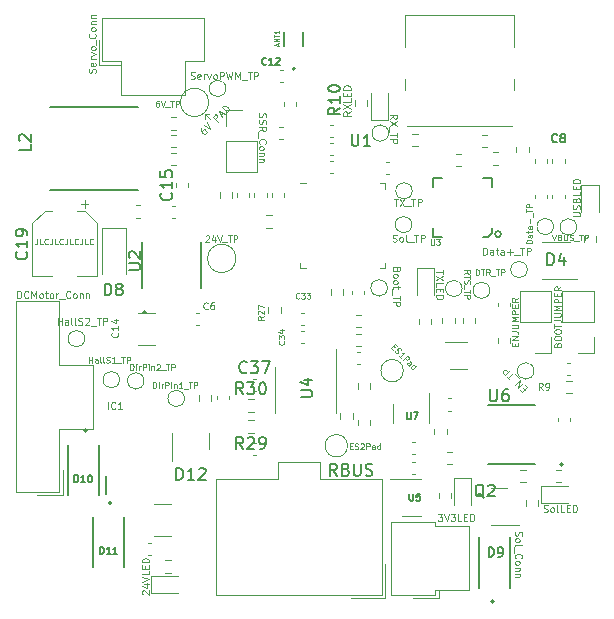
<source format=gbr>
%TF.GenerationSoftware,KiCad,Pcbnew,(6.0.2)*%
%TF.CreationDate,2022-07-13T14:29:07+01:00*%
%TF.ProjectId,Actuators Board,41637475-6174-46f7-9273-20426f617264,rev?*%
%TF.SameCoordinates,Original*%
%TF.FileFunction,Legend,Top*%
%TF.FilePolarity,Positive*%
%FSLAX46Y46*%
G04 Gerber Fmt 4.6, Leading zero omitted, Abs format (unit mm)*
G04 Created by KiCad (PCBNEW (6.0.2)) date 2022-07-13 14:29:07*
%MOMM*%
%LPD*%
G01*
G04 APERTURE LIST*
%ADD10C,0.100000*%
%ADD11C,0.125000*%
%ADD12C,0.150000*%
%ADD13C,0.120003*%
%ADD14C,0.098425*%
%ADD15C,0.120000*%
%ADD16C,0.127000*%
%ADD17C,0.200000*%
G04 APERTURE END LIST*
D10*
X71550675Y-38859081D02*
X71920675Y-38849081D01*
X71960000Y-39270000D02*
X71550000Y-38860000D01*
X71550000Y-38860000D02*
X71560000Y-39230000D01*
X87218571Y-39232857D02*
X87504285Y-39032857D01*
X87218571Y-38890000D02*
X87818571Y-38890000D01*
X87818571Y-39118571D01*
X87790000Y-39175714D01*
X87761428Y-39204285D01*
X87704285Y-39232857D01*
X87618571Y-39232857D01*
X87561428Y-39204285D01*
X87532857Y-39175714D01*
X87504285Y-39118571D01*
X87504285Y-38890000D01*
X87818571Y-39432857D02*
X87218571Y-39832857D01*
X87818571Y-39832857D02*
X87218571Y-39432857D01*
X87161428Y-39918571D02*
X87161428Y-40375714D01*
X87818571Y-40432857D02*
X87818571Y-40775714D01*
X87218571Y-40604285D02*
X87818571Y-40604285D01*
X87218571Y-40975714D02*
X87818571Y-40975714D01*
X87818571Y-41204285D01*
X87790000Y-41261428D01*
X87761428Y-41290000D01*
X87704285Y-41318571D01*
X87618571Y-41318571D01*
X87561428Y-41290000D01*
X87532857Y-41261428D01*
X87504285Y-41204285D01*
X87504285Y-40975714D01*
X95120000Y-50751428D02*
X95120000Y-50151428D01*
X95262857Y-50151428D01*
X95348571Y-50180000D01*
X95405714Y-50237142D01*
X95434285Y-50294285D01*
X95462857Y-50408571D01*
X95462857Y-50494285D01*
X95434285Y-50608571D01*
X95405714Y-50665714D01*
X95348571Y-50722857D01*
X95262857Y-50751428D01*
X95120000Y-50751428D01*
X95977142Y-50751428D02*
X95977142Y-50437142D01*
X95948571Y-50380000D01*
X95891428Y-50351428D01*
X95777142Y-50351428D01*
X95720000Y-50380000D01*
X95977142Y-50722857D02*
X95920000Y-50751428D01*
X95777142Y-50751428D01*
X95720000Y-50722857D01*
X95691428Y-50665714D01*
X95691428Y-50608571D01*
X95720000Y-50551428D01*
X95777142Y-50522857D01*
X95920000Y-50522857D01*
X95977142Y-50494285D01*
X96177142Y-50351428D02*
X96405714Y-50351428D01*
X96262857Y-50151428D02*
X96262857Y-50665714D01*
X96291428Y-50722857D01*
X96348571Y-50751428D01*
X96405714Y-50751428D01*
X96862857Y-50751428D02*
X96862857Y-50437142D01*
X96834285Y-50380000D01*
X96777142Y-50351428D01*
X96662857Y-50351428D01*
X96605714Y-50380000D01*
X96862857Y-50722857D02*
X96805714Y-50751428D01*
X96662857Y-50751428D01*
X96605714Y-50722857D01*
X96577142Y-50665714D01*
X96577142Y-50608571D01*
X96605714Y-50551428D01*
X96662857Y-50522857D01*
X96805714Y-50522857D01*
X96862857Y-50494285D01*
X97148571Y-50522857D02*
X97605714Y-50522857D01*
X97377142Y-50751428D02*
X97377142Y-50294285D01*
X97748571Y-50808571D02*
X98205714Y-50808571D01*
X98262857Y-50151428D02*
X98605714Y-50151428D01*
X98434285Y-50751428D02*
X98434285Y-50151428D01*
X98805714Y-50751428D02*
X98805714Y-50151428D01*
X99034285Y-50151428D01*
X99091428Y-50180000D01*
X99120000Y-50208571D01*
X99148571Y-50265714D01*
X99148571Y-50351428D01*
X99120000Y-50408571D01*
X99091428Y-50437142D01*
X99034285Y-50465714D01*
X98805714Y-50465714D01*
X100225714Y-72512857D02*
X100311428Y-72541428D01*
X100454285Y-72541428D01*
X100511428Y-72512857D01*
X100540000Y-72484285D01*
X100568571Y-72427142D01*
X100568571Y-72370000D01*
X100540000Y-72312857D01*
X100511428Y-72284285D01*
X100454285Y-72255714D01*
X100340000Y-72227142D01*
X100282857Y-72198571D01*
X100254285Y-72170000D01*
X100225714Y-72112857D01*
X100225714Y-72055714D01*
X100254285Y-71998571D01*
X100282857Y-71970000D01*
X100340000Y-71941428D01*
X100482857Y-71941428D01*
X100568571Y-71970000D01*
X100911428Y-72541428D02*
X100854285Y-72512857D01*
X100825714Y-72484285D01*
X100797142Y-72427142D01*
X100797142Y-72255714D01*
X100825714Y-72198571D01*
X100854285Y-72170000D01*
X100911428Y-72141428D01*
X100997142Y-72141428D01*
X101054285Y-72170000D01*
X101082857Y-72198571D01*
X101111428Y-72255714D01*
X101111428Y-72427142D01*
X101082857Y-72484285D01*
X101054285Y-72512857D01*
X100997142Y-72541428D01*
X100911428Y-72541428D01*
X101454285Y-72541428D02*
X101397142Y-72512857D01*
X101368571Y-72455714D01*
X101368571Y-71941428D01*
X101968571Y-72541428D02*
X101682857Y-72541428D01*
X101682857Y-71941428D01*
X102168571Y-72227142D02*
X102368571Y-72227142D01*
X102454285Y-72541428D02*
X102168571Y-72541428D01*
X102168571Y-71941428D01*
X102454285Y-71941428D01*
X102711428Y-72541428D02*
X102711428Y-71941428D01*
X102854285Y-71941428D01*
X102940000Y-71970000D01*
X102997142Y-72027142D01*
X103025714Y-72084285D01*
X103054285Y-72198571D01*
X103054285Y-72284285D01*
X103025714Y-72398571D01*
X102997142Y-72455714D01*
X102940000Y-72512857D01*
X102854285Y-72541428D01*
X102711428Y-72541428D01*
X97827142Y-74187142D02*
X97798571Y-74272857D01*
X97798571Y-74415714D01*
X97827142Y-74472857D01*
X97855714Y-74501428D01*
X97912857Y-74530000D01*
X97970000Y-74530000D01*
X98027142Y-74501428D01*
X98055714Y-74472857D01*
X98084285Y-74415714D01*
X98112857Y-74301428D01*
X98141428Y-74244285D01*
X98170000Y-74215714D01*
X98227142Y-74187142D01*
X98284285Y-74187142D01*
X98341428Y-74215714D01*
X98370000Y-74244285D01*
X98398571Y-74301428D01*
X98398571Y-74444285D01*
X98370000Y-74530000D01*
X97798571Y-74872857D02*
X97827142Y-74815714D01*
X97855714Y-74787142D01*
X97912857Y-74758571D01*
X98084285Y-74758571D01*
X98141428Y-74787142D01*
X98170000Y-74815714D01*
X98198571Y-74872857D01*
X98198571Y-74958571D01*
X98170000Y-75015714D01*
X98141428Y-75044285D01*
X98084285Y-75072857D01*
X97912857Y-75072857D01*
X97855714Y-75044285D01*
X97827142Y-75015714D01*
X97798571Y-74958571D01*
X97798571Y-74872857D01*
X97798571Y-75415714D02*
X97827142Y-75358571D01*
X97884285Y-75330000D01*
X98398571Y-75330000D01*
X97741428Y-75501428D02*
X97741428Y-75958571D01*
X97855714Y-76444285D02*
X97827142Y-76415714D01*
X97798571Y-76330000D01*
X97798571Y-76272857D01*
X97827142Y-76187142D01*
X97884285Y-76130000D01*
X97941428Y-76101428D01*
X98055714Y-76072857D01*
X98141428Y-76072857D01*
X98255714Y-76101428D01*
X98312857Y-76130000D01*
X98370000Y-76187142D01*
X98398571Y-76272857D01*
X98398571Y-76330000D01*
X98370000Y-76415714D01*
X98341428Y-76444285D01*
X97798571Y-76787142D02*
X97827142Y-76730000D01*
X97855714Y-76701428D01*
X97912857Y-76672857D01*
X98084285Y-76672857D01*
X98141428Y-76701428D01*
X98170000Y-76730000D01*
X98198571Y-76787142D01*
X98198571Y-76872857D01*
X98170000Y-76930000D01*
X98141428Y-76958571D01*
X98084285Y-76987142D01*
X97912857Y-76987142D01*
X97855714Y-76958571D01*
X97827142Y-76930000D01*
X97798571Y-76872857D01*
X97798571Y-76787142D01*
X98198571Y-77244285D02*
X97798571Y-77244285D01*
X98141428Y-77244285D02*
X98170000Y-77272857D01*
X98198571Y-77330000D01*
X98198571Y-77415714D01*
X98170000Y-77472857D01*
X98112857Y-77501428D01*
X97798571Y-77501428D01*
X98198571Y-77787142D02*
X97798571Y-77787142D01*
X98141428Y-77787142D02*
X98170000Y-77815714D01*
X98198571Y-77872857D01*
X98198571Y-77958571D01*
X98170000Y-78015714D01*
X98112857Y-78044285D01*
X97798571Y-78044285D01*
X66278571Y-79498571D02*
X66250000Y-79470000D01*
X66221428Y-79412857D01*
X66221428Y-79270000D01*
X66250000Y-79212857D01*
X66278571Y-79184285D01*
X66335714Y-79155714D01*
X66392857Y-79155714D01*
X66478571Y-79184285D01*
X66821428Y-79527142D01*
X66821428Y-79155714D01*
X66421428Y-78641428D02*
X66821428Y-78641428D01*
X66192857Y-78784285D02*
X66621428Y-78927142D01*
X66621428Y-78555714D01*
X66221428Y-78412857D02*
X66821428Y-78212857D01*
X66221428Y-78012857D01*
X66821428Y-77527142D02*
X66821428Y-77812857D01*
X66221428Y-77812857D01*
X66507142Y-77327142D02*
X66507142Y-77127142D01*
X66821428Y-77041428D02*
X66821428Y-77327142D01*
X66221428Y-77327142D01*
X66221428Y-77041428D01*
X66821428Y-76784285D02*
X66221428Y-76784285D01*
X66221428Y-76641428D01*
X66250000Y-76555714D01*
X66307142Y-76498571D01*
X66364285Y-76470000D01*
X66478571Y-76441428D01*
X66564285Y-76441428D01*
X66678571Y-76470000D01*
X66735714Y-76498571D01*
X66792857Y-76555714D01*
X66821428Y-76641428D01*
X66821428Y-76784285D01*
X99266190Y-49776666D02*
X98766190Y-49776666D01*
X98766190Y-49657619D01*
X98790000Y-49586190D01*
X98837619Y-49538571D01*
X98885238Y-49514761D01*
X98980476Y-49490952D01*
X99051904Y-49490952D01*
X99147142Y-49514761D01*
X99194761Y-49538571D01*
X99242380Y-49586190D01*
X99266190Y-49657619D01*
X99266190Y-49776666D01*
X99266190Y-49062380D02*
X99004285Y-49062380D01*
X98956666Y-49086190D01*
X98932857Y-49133809D01*
X98932857Y-49229047D01*
X98956666Y-49276666D01*
X99242380Y-49062380D02*
X99266190Y-49110000D01*
X99266190Y-49229047D01*
X99242380Y-49276666D01*
X99194761Y-49300476D01*
X99147142Y-49300476D01*
X99099523Y-49276666D01*
X99075714Y-49229047D01*
X99075714Y-49110000D01*
X99051904Y-49062380D01*
X98932857Y-48895714D02*
X98932857Y-48705238D01*
X98766190Y-48824285D02*
X99194761Y-48824285D01*
X99242380Y-48800476D01*
X99266190Y-48752857D01*
X99266190Y-48705238D01*
X99266190Y-48324285D02*
X99004285Y-48324285D01*
X98956666Y-48348095D01*
X98932857Y-48395714D01*
X98932857Y-48490952D01*
X98956666Y-48538571D01*
X99242380Y-48324285D02*
X99266190Y-48371904D01*
X99266190Y-48490952D01*
X99242380Y-48538571D01*
X99194761Y-48562380D01*
X99147142Y-48562380D01*
X99099523Y-48538571D01*
X99075714Y-48490952D01*
X99075714Y-48371904D01*
X99051904Y-48324285D01*
X99075714Y-48086190D02*
X99075714Y-47705238D01*
X99313809Y-47586190D02*
X99313809Y-47205238D01*
X98766190Y-47157619D02*
X98766190Y-46871904D01*
X99266190Y-47014761D02*
X98766190Y-47014761D01*
X99266190Y-46705238D02*
X98766190Y-46705238D01*
X98766190Y-46514761D01*
X98790000Y-46467142D01*
X98813809Y-46443333D01*
X98861428Y-46419523D01*
X98932857Y-46419523D01*
X98980476Y-46443333D01*
X99004285Y-46467142D01*
X99028095Y-46514761D01*
X99028095Y-46705238D01*
X55667142Y-54411428D02*
X55667142Y-53811428D01*
X55810000Y-53811428D01*
X55895714Y-53840000D01*
X55952857Y-53897142D01*
X55981428Y-53954285D01*
X56010000Y-54068571D01*
X56010000Y-54154285D01*
X55981428Y-54268571D01*
X55952857Y-54325714D01*
X55895714Y-54382857D01*
X55810000Y-54411428D01*
X55667142Y-54411428D01*
X56610000Y-54354285D02*
X56581428Y-54382857D01*
X56495714Y-54411428D01*
X56438571Y-54411428D01*
X56352857Y-54382857D01*
X56295714Y-54325714D01*
X56267142Y-54268571D01*
X56238571Y-54154285D01*
X56238571Y-54068571D01*
X56267142Y-53954285D01*
X56295714Y-53897142D01*
X56352857Y-53840000D01*
X56438571Y-53811428D01*
X56495714Y-53811428D01*
X56581428Y-53840000D01*
X56610000Y-53868571D01*
X56867142Y-54411428D02*
X56867142Y-53811428D01*
X57067142Y-54240000D01*
X57267142Y-53811428D01*
X57267142Y-54411428D01*
X57638571Y-54411428D02*
X57581428Y-54382857D01*
X57552857Y-54354285D01*
X57524285Y-54297142D01*
X57524285Y-54125714D01*
X57552857Y-54068571D01*
X57581428Y-54040000D01*
X57638571Y-54011428D01*
X57724285Y-54011428D01*
X57781428Y-54040000D01*
X57810000Y-54068571D01*
X57838571Y-54125714D01*
X57838571Y-54297142D01*
X57810000Y-54354285D01*
X57781428Y-54382857D01*
X57724285Y-54411428D01*
X57638571Y-54411428D01*
X58010000Y-54011428D02*
X58238571Y-54011428D01*
X58095714Y-53811428D02*
X58095714Y-54325714D01*
X58124285Y-54382857D01*
X58181428Y-54411428D01*
X58238571Y-54411428D01*
X58524285Y-54411428D02*
X58467142Y-54382857D01*
X58438571Y-54354285D01*
X58410000Y-54297142D01*
X58410000Y-54125714D01*
X58438571Y-54068571D01*
X58467142Y-54040000D01*
X58524285Y-54011428D01*
X58610000Y-54011428D01*
X58667142Y-54040000D01*
X58695714Y-54068571D01*
X58724285Y-54125714D01*
X58724285Y-54297142D01*
X58695714Y-54354285D01*
X58667142Y-54382857D01*
X58610000Y-54411428D01*
X58524285Y-54411428D01*
X58981428Y-54411428D02*
X58981428Y-54011428D01*
X58981428Y-54125714D02*
X59010000Y-54068571D01*
X59038571Y-54040000D01*
X59095714Y-54011428D01*
X59152857Y-54011428D01*
X59210000Y-54468571D02*
X59667142Y-54468571D01*
X60152857Y-54354285D02*
X60124285Y-54382857D01*
X60038571Y-54411428D01*
X59981428Y-54411428D01*
X59895714Y-54382857D01*
X59838571Y-54325714D01*
X59810000Y-54268571D01*
X59781428Y-54154285D01*
X59781428Y-54068571D01*
X59810000Y-53954285D01*
X59838571Y-53897142D01*
X59895714Y-53840000D01*
X59981428Y-53811428D01*
X60038571Y-53811428D01*
X60124285Y-53840000D01*
X60152857Y-53868571D01*
X60495714Y-54411428D02*
X60438571Y-54382857D01*
X60410000Y-54354285D01*
X60381428Y-54297142D01*
X60381428Y-54125714D01*
X60410000Y-54068571D01*
X60438571Y-54040000D01*
X60495714Y-54011428D01*
X60581428Y-54011428D01*
X60638571Y-54040000D01*
X60667142Y-54068571D01*
X60695714Y-54125714D01*
X60695714Y-54297142D01*
X60667142Y-54354285D01*
X60638571Y-54382857D01*
X60581428Y-54411428D01*
X60495714Y-54411428D01*
X60952857Y-54011428D02*
X60952857Y-54411428D01*
X60952857Y-54068571D02*
X60981428Y-54040000D01*
X61038571Y-54011428D01*
X61124285Y-54011428D01*
X61181428Y-54040000D01*
X61210000Y-54097142D01*
X61210000Y-54411428D01*
X61495714Y-54011428D02*
X61495714Y-54411428D01*
X61495714Y-54068571D02*
X61524285Y-54040000D01*
X61581428Y-54011428D01*
X61667142Y-54011428D01*
X61724285Y-54040000D01*
X61752857Y-54097142D01*
X61752857Y-54411428D01*
X65240952Y-60496190D02*
X65240952Y-59996190D01*
X65360000Y-59996190D01*
X65431428Y-60020000D01*
X65479047Y-60067619D01*
X65502857Y-60115238D01*
X65526666Y-60210476D01*
X65526666Y-60281904D01*
X65502857Y-60377142D01*
X65479047Y-60424761D01*
X65431428Y-60472380D01*
X65360000Y-60496190D01*
X65240952Y-60496190D01*
X65740952Y-60496190D02*
X65740952Y-60162857D01*
X65740952Y-59996190D02*
X65717142Y-60020000D01*
X65740952Y-60043809D01*
X65764761Y-60020000D01*
X65740952Y-59996190D01*
X65740952Y-60043809D01*
X65979047Y-60496190D02*
X65979047Y-60162857D01*
X65979047Y-60258095D02*
X66002857Y-60210476D01*
X66026666Y-60186666D01*
X66074285Y-60162857D01*
X66121904Y-60162857D01*
X66288571Y-60496190D02*
X66288571Y-59996190D01*
X66479047Y-59996190D01*
X66526666Y-60020000D01*
X66550476Y-60043809D01*
X66574285Y-60091428D01*
X66574285Y-60162857D01*
X66550476Y-60210476D01*
X66526666Y-60234285D01*
X66479047Y-60258095D01*
X66288571Y-60258095D01*
X66788571Y-60496190D02*
X66788571Y-60162857D01*
X66788571Y-59996190D02*
X66764761Y-60020000D01*
X66788571Y-60043809D01*
X66812380Y-60020000D01*
X66788571Y-59996190D01*
X66788571Y-60043809D01*
X67026666Y-60162857D02*
X67026666Y-60496190D01*
X67026666Y-60210476D02*
X67050476Y-60186666D01*
X67098095Y-60162857D01*
X67169523Y-60162857D01*
X67217142Y-60186666D01*
X67240952Y-60234285D01*
X67240952Y-60496190D01*
X67455238Y-60043809D02*
X67479047Y-60020000D01*
X67526666Y-59996190D01*
X67645714Y-59996190D01*
X67693333Y-60020000D01*
X67717142Y-60043809D01*
X67740952Y-60091428D01*
X67740952Y-60139047D01*
X67717142Y-60210476D01*
X67431428Y-60496190D01*
X67740952Y-60496190D01*
X67836190Y-60543809D02*
X68217142Y-60543809D01*
X68264761Y-59996190D02*
X68550476Y-59996190D01*
X68407619Y-60496190D02*
X68407619Y-59996190D01*
X68717142Y-60496190D02*
X68717142Y-59996190D01*
X68907619Y-59996190D01*
X68955238Y-60020000D01*
X68979047Y-60043809D01*
X69002857Y-60091428D01*
X69002857Y-60162857D01*
X68979047Y-60210476D01*
X68955238Y-60234285D01*
X68907619Y-60258095D01*
X68717142Y-60258095D01*
X94507619Y-52486190D02*
X94507619Y-51986190D01*
X94626666Y-51986190D01*
X94698095Y-52010000D01*
X94745714Y-52057619D01*
X94769523Y-52105238D01*
X94793333Y-52200476D01*
X94793333Y-52271904D01*
X94769523Y-52367142D01*
X94745714Y-52414761D01*
X94698095Y-52462380D01*
X94626666Y-52486190D01*
X94507619Y-52486190D01*
X94936190Y-51986190D02*
X95221904Y-51986190D01*
X95079047Y-52486190D02*
X95079047Y-51986190D01*
X95674285Y-52486190D02*
X95507619Y-52248095D01*
X95388571Y-52486190D02*
X95388571Y-51986190D01*
X95579047Y-51986190D01*
X95626666Y-52010000D01*
X95650476Y-52033809D01*
X95674285Y-52081428D01*
X95674285Y-52152857D01*
X95650476Y-52200476D01*
X95626666Y-52224285D01*
X95579047Y-52248095D01*
X95388571Y-52248095D01*
X95769523Y-52533809D02*
X96150476Y-52533809D01*
X96198095Y-51986190D02*
X96483809Y-51986190D01*
X96340952Y-52486190D02*
X96340952Y-51986190D01*
X96650476Y-52486190D02*
X96650476Y-51986190D01*
X96840952Y-51986190D01*
X96888571Y-52010000D01*
X96912380Y-52033809D01*
X96936190Y-52081428D01*
X96936190Y-52152857D01*
X96912380Y-52200476D01*
X96888571Y-52224285D01*
X96840952Y-52248095D01*
X96650476Y-52248095D01*
X100942380Y-49036190D02*
X101109047Y-49536190D01*
X101275714Y-49036190D01*
X101609047Y-49274285D02*
X101680476Y-49298095D01*
X101704285Y-49321904D01*
X101728095Y-49369523D01*
X101728095Y-49440952D01*
X101704285Y-49488571D01*
X101680476Y-49512380D01*
X101632857Y-49536190D01*
X101442380Y-49536190D01*
X101442380Y-49036190D01*
X101609047Y-49036190D01*
X101656666Y-49060000D01*
X101680476Y-49083809D01*
X101704285Y-49131428D01*
X101704285Y-49179047D01*
X101680476Y-49226666D01*
X101656666Y-49250476D01*
X101609047Y-49274285D01*
X101442380Y-49274285D01*
X101942380Y-49036190D02*
X101942380Y-49440952D01*
X101966190Y-49488571D01*
X101990000Y-49512380D01*
X102037619Y-49536190D01*
X102132857Y-49536190D01*
X102180476Y-49512380D01*
X102204285Y-49488571D01*
X102228095Y-49440952D01*
X102228095Y-49036190D01*
X102442380Y-49512380D02*
X102513809Y-49536190D01*
X102632857Y-49536190D01*
X102680476Y-49512380D01*
X102704285Y-49488571D01*
X102728095Y-49440952D01*
X102728095Y-49393333D01*
X102704285Y-49345714D01*
X102680476Y-49321904D01*
X102632857Y-49298095D01*
X102537619Y-49274285D01*
X102490000Y-49250476D01*
X102466190Y-49226666D01*
X102442380Y-49179047D01*
X102442380Y-49131428D01*
X102466190Y-49083809D01*
X102490000Y-49060000D01*
X102537619Y-49036190D01*
X102656666Y-49036190D01*
X102728095Y-49060000D01*
X102823333Y-49583809D02*
X103204285Y-49583809D01*
X103251904Y-49036190D02*
X103537619Y-49036190D01*
X103394761Y-49536190D02*
X103394761Y-49036190D01*
X103704285Y-49536190D02*
X103704285Y-49036190D01*
X103894761Y-49036190D01*
X103942380Y-49060000D01*
X103966190Y-49083809D01*
X103990000Y-49131428D01*
X103990000Y-49202857D01*
X103966190Y-49250476D01*
X103942380Y-49274285D01*
X103894761Y-49298095D01*
X103704285Y-49298095D01*
X101400714Y-58347142D02*
X101426904Y-58268571D01*
X101453095Y-58242380D01*
X101505476Y-58216190D01*
X101584047Y-58216190D01*
X101636428Y-58242380D01*
X101662619Y-58268571D01*
X101688809Y-58320952D01*
X101688809Y-58530476D01*
X101138809Y-58530476D01*
X101138809Y-58347142D01*
X101165000Y-58294761D01*
X101191190Y-58268571D01*
X101243571Y-58242380D01*
X101295952Y-58242380D01*
X101348333Y-58268571D01*
X101374523Y-58294761D01*
X101400714Y-58347142D01*
X101400714Y-58530476D01*
X101138809Y-57875714D02*
X101138809Y-57770952D01*
X101165000Y-57718571D01*
X101217380Y-57666190D01*
X101322142Y-57640000D01*
X101505476Y-57640000D01*
X101610238Y-57666190D01*
X101662619Y-57718571D01*
X101688809Y-57770952D01*
X101688809Y-57875714D01*
X101662619Y-57928095D01*
X101610238Y-57980476D01*
X101505476Y-58006666D01*
X101322142Y-58006666D01*
X101217380Y-57980476D01*
X101165000Y-57928095D01*
X101138809Y-57875714D01*
X101138809Y-57299523D02*
X101138809Y-57194761D01*
X101165000Y-57142380D01*
X101217380Y-57090000D01*
X101322142Y-57063809D01*
X101505476Y-57063809D01*
X101610238Y-57090000D01*
X101662619Y-57142380D01*
X101688809Y-57194761D01*
X101688809Y-57299523D01*
X101662619Y-57351904D01*
X101610238Y-57404285D01*
X101505476Y-57430476D01*
X101322142Y-57430476D01*
X101217380Y-57404285D01*
X101165000Y-57351904D01*
X101138809Y-57299523D01*
X101138809Y-56906666D02*
X101138809Y-56592380D01*
X101688809Y-56749523D02*
X101138809Y-56749523D01*
X101138809Y-56251904D02*
X101531666Y-56251904D01*
X101610238Y-56278095D01*
X101662619Y-56330476D01*
X101688809Y-56409047D01*
X101688809Y-56461428D01*
X101138809Y-55990000D02*
X101584047Y-55990000D01*
X101636428Y-55963809D01*
X101662619Y-55937619D01*
X101688809Y-55885238D01*
X101688809Y-55780476D01*
X101662619Y-55728095D01*
X101636428Y-55701904D01*
X101584047Y-55675714D01*
X101138809Y-55675714D01*
X101688809Y-55413809D02*
X101138809Y-55413809D01*
X101531666Y-55230476D01*
X101138809Y-55047142D01*
X101688809Y-55047142D01*
X101688809Y-54785238D02*
X101138809Y-54785238D01*
X101138809Y-54575714D01*
X101165000Y-54523333D01*
X101191190Y-54497142D01*
X101243571Y-54470952D01*
X101322142Y-54470952D01*
X101374523Y-54497142D01*
X101400714Y-54523333D01*
X101426904Y-54575714D01*
X101426904Y-54785238D01*
X101400714Y-54235238D02*
X101400714Y-54051904D01*
X101688809Y-53973333D02*
X101688809Y-54235238D01*
X101138809Y-54235238D01*
X101138809Y-53973333D01*
X101688809Y-53423333D02*
X101426904Y-53606666D01*
X101688809Y-53737619D02*
X101138809Y-53737619D01*
X101138809Y-53528095D01*
X101165000Y-53475714D01*
X101191190Y-53449523D01*
X101243571Y-53423333D01*
X101322142Y-53423333D01*
X101374523Y-53449523D01*
X101400714Y-53475714D01*
X101426904Y-53528095D01*
X101426904Y-53737619D01*
X83881428Y-38614285D02*
X83595714Y-38814285D01*
X83881428Y-38957142D02*
X83281428Y-38957142D01*
X83281428Y-38728571D01*
X83310000Y-38671428D01*
X83338571Y-38642857D01*
X83395714Y-38614285D01*
X83481428Y-38614285D01*
X83538571Y-38642857D01*
X83567142Y-38671428D01*
X83595714Y-38728571D01*
X83595714Y-38957142D01*
X83281428Y-38414285D02*
X83881428Y-38014285D01*
X83281428Y-38014285D02*
X83881428Y-38414285D01*
X83881428Y-37500000D02*
X83881428Y-37785714D01*
X83281428Y-37785714D01*
X83567142Y-37300000D02*
X83567142Y-37100000D01*
X83881428Y-37014285D02*
X83881428Y-37300000D01*
X83281428Y-37300000D01*
X83281428Y-37014285D01*
X83881428Y-36757142D02*
X83281428Y-36757142D01*
X83281428Y-36614285D01*
X83310000Y-36528571D01*
X83367142Y-36471428D01*
X83424285Y-36442857D01*
X83538571Y-36414285D01*
X83624285Y-36414285D01*
X83738571Y-36442857D01*
X83795714Y-36471428D01*
X83852857Y-36528571D01*
X83881428Y-36614285D01*
X83881428Y-36757142D01*
X87506116Y-58455608D02*
X87623967Y-58573460D01*
X87489280Y-58809162D02*
X87320921Y-58640803D01*
X87674475Y-58287250D01*
X87842834Y-58455608D01*
X87640803Y-58927013D02*
X87674475Y-58994356D01*
X87758654Y-59078536D01*
X87809162Y-59095372D01*
X87842834Y-59095372D01*
X87893341Y-59078536D01*
X87927013Y-59044864D01*
X87943849Y-58994356D01*
X87943849Y-58960685D01*
X87927013Y-58910177D01*
X87876505Y-58825998D01*
X87859669Y-58775490D01*
X87859669Y-58741818D01*
X87876505Y-58691311D01*
X87910177Y-58657639D01*
X87960685Y-58640803D01*
X87994356Y-58640803D01*
X88044864Y-58657639D01*
X88129043Y-58741818D01*
X88162715Y-58809162D01*
X88162715Y-59482597D02*
X87960685Y-59280566D01*
X88061700Y-59381582D02*
X88415253Y-59028028D01*
X88331074Y-59044864D01*
X88263730Y-59044864D01*
X88213223Y-59028028D01*
X88314238Y-59634120D02*
X88667791Y-59280566D01*
X88802478Y-59415253D01*
X88819314Y-59465761D01*
X88819314Y-59499433D01*
X88802478Y-59549940D01*
X88751971Y-59600448D01*
X88701463Y-59617284D01*
X88667791Y-59617284D01*
X88617284Y-59600448D01*
X88482597Y-59465761D01*
X88819314Y-60139196D02*
X89004509Y-59954001D01*
X89021345Y-59903494D01*
X89004509Y-59852986D01*
X88937165Y-59785643D01*
X88886658Y-59768807D01*
X88836150Y-60122360D02*
X88785643Y-60105524D01*
X88701463Y-60021345D01*
X88684627Y-59970837D01*
X88701463Y-59920330D01*
X88735135Y-59886658D01*
X88785643Y-59869822D01*
X88836150Y-59886658D01*
X88920330Y-59970837D01*
X88970837Y-59987673D01*
X89139196Y-60459078D02*
X89492749Y-60105524D01*
X89156032Y-60442242D02*
X89105524Y-60425406D01*
X89038181Y-60358062D01*
X89021345Y-60307555D01*
X89021345Y-60273883D01*
X89038181Y-60223375D01*
X89139196Y-60122360D01*
X89189704Y-60105524D01*
X89223375Y-60105524D01*
X89273883Y-60122360D01*
X89341226Y-60189704D01*
X89358062Y-60240211D01*
X61721904Y-59886190D02*
X61721904Y-59386190D01*
X61721904Y-59624285D02*
X62007619Y-59624285D01*
X62007619Y-59886190D02*
X62007619Y-59386190D01*
X62460000Y-59886190D02*
X62460000Y-59624285D01*
X62436190Y-59576666D01*
X62388571Y-59552857D01*
X62293333Y-59552857D01*
X62245714Y-59576666D01*
X62460000Y-59862380D02*
X62412380Y-59886190D01*
X62293333Y-59886190D01*
X62245714Y-59862380D01*
X62221904Y-59814761D01*
X62221904Y-59767142D01*
X62245714Y-59719523D01*
X62293333Y-59695714D01*
X62412380Y-59695714D01*
X62460000Y-59671904D01*
X62769523Y-59886190D02*
X62721904Y-59862380D01*
X62698095Y-59814761D01*
X62698095Y-59386190D01*
X63031428Y-59886190D02*
X62983809Y-59862380D01*
X62960000Y-59814761D01*
X62960000Y-59386190D01*
X63198095Y-59862380D02*
X63269523Y-59886190D01*
X63388571Y-59886190D01*
X63436190Y-59862380D01*
X63460000Y-59838571D01*
X63483809Y-59790952D01*
X63483809Y-59743333D01*
X63460000Y-59695714D01*
X63436190Y-59671904D01*
X63388571Y-59648095D01*
X63293333Y-59624285D01*
X63245714Y-59600476D01*
X63221904Y-59576666D01*
X63198095Y-59529047D01*
X63198095Y-59481428D01*
X63221904Y-59433809D01*
X63245714Y-59410000D01*
X63293333Y-59386190D01*
X63412380Y-59386190D01*
X63483809Y-59410000D01*
X63960000Y-59886190D02*
X63674285Y-59886190D01*
X63817142Y-59886190D02*
X63817142Y-59386190D01*
X63769523Y-59457619D01*
X63721904Y-59505238D01*
X63674285Y-59529047D01*
X64055238Y-59933809D02*
X64436190Y-59933809D01*
X64483809Y-59386190D02*
X64769523Y-59386190D01*
X64626666Y-59886190D02*
X64626666Y-59386190D01*
X64936190Y-59886190D02*
X64936190Y-59386190D01*
X65126666Y-59386190D01*
X65174285Y-59410000D01*
X65198095Y-59433809D01*
X65221904Y-59481428D01*
X65221904Y-59552857D01*
X65198095Y-59600476D01*
X65174285Y-59624285D01*
X65126666Y-59648095D01*
X64936190Y-59648095D01*
D11*
X57330476Y-49376190D02*
X57330476Y-49733333D01*
X57306666Y-49804761D01*
X57259047Y-49852380D01*
X57187619Y-49876190D01*
X57140000Y-49876190D01*
X57806666Y-49876190D02*
X57568571Y-49876190D01*
X57568571Y-49376190D01*
X58259047Y-49828571D02*
X58235238Y-49852380D01*
X58163809Y-49876190D01*
X58116190Y-49876190D01*
X58044761Y-49852380D01*
X57997142Y-49804761D01*
X57973333Y-49757142D01*
X57949523Y-49661904D01*
X57949523Y-49590476D01*
X57973333Y-49495238D01*
X57997142Y-49447619D01*
X58044761Y-49400000D01*
X58116190Y-49376190D01*
X58163809Y-49376190D01*
X58235238Y-49400000D01*
X58259047Y-49423809D01*
X58616190Y-49376190D02*
X58616190Y-49733333D01*
X58592380Y-49804761D01*
X58544761Y-49852380D01*
X58473333Y-49876190D01*
X58425714Y-49876190D01*
X59092380Y-49876190D02*
X58854285Y-49876190D01*
X58854285Y-49376190D01*
X59544761Y-49828571D02*
X59520952Y-49852380D01*
X59449523Y-49876190D01*
X59401904Y-49876190D01*
X59330476Y-49852380D01*
X59282857Y-49804761D01*
X59259047Y-49757142D01*
X59235238Y-49661904D01*
X59235238Y-49590476D01*
X59259047Y-49495238D01*
X59282857Y-49447619D01*
X59330476Y-49400000D01*
X59401904Y-49376190D01*
X59449523Y-49376190D01*
X59520952Y-49400000D01*
X59544761Y-49423809D01*
X59901904Y-49376190D02*
X59901904Y-49733333D01*
X59878095Y-49804761D01*
X59830476Y-49852380D01*
X59759047Y-49876190D01*
X59711428Y-49876190D01*
X60378095Y-49876190D02*
X60140000Y-49876190D01*
X60140000Y-49376190D01*
X60830476Y-49828571D02*
X60806666Y-49852380D01*
X60735238Y-49876190D01*
X60687619Y-49876190D01*
X60616190Y-49852380D01*
X60568571Y-49804761D01*
X60544761Y-49757142D01*
X60520952Y-49661904D01*
X60520952Y-49590476D01*
X60544761Y-49495238D01*
X60568571Y-49447619D01*
X60616190Y-49400000D01*
X60687619Y-49376190D01*
X60735238Y-49376190D01*
X60806666Y-49400000D01*
X60830476Y-49423809D01*
X61187619Y-49376190D02*
X61187619Y-49733333D01*
X61163809Y-49804761D01*
X61116190Y-49852380D01*
X61044761Y-49876190D01*
X60997142Y-49876190D01*
X61663809Y-49876190D02*
X61425714Y-49876190D01*
X61425714Y-49376190D01*
X62116190Y-49828571D02*
X62092380Y-49852380D01*
X62020952Y-49876190D01*
X61973333Y-49876190D01*
X61901904Y-49852380D01*
X61854285Y-49804761D01*
X61830476Y-49757142D01*
X61806666Y-49661904D01*
X61806666Y-49590476D01*
X61830476Y-49495238D01*
X61854285Y-49447619D01*
X61901904Y-49400000D01*
X61973333Y-49376190D01*
X62020952Y-49376190D01*
X62092380Y-49400000D01*
X62116190Y-49423809D01*
D10*
X76157142Y-38760000D02*
X76128571Y-38845714D01*
X76128571Y-38988571D01*
X76157142Y-39045714D01*
X76185714Y-39074285D01*
X76242857Y-39102857D01*
X76300000Y-39102857D01*
X76357142Y-39074285D01*
X76385714Y-39045714D01*
X76414285Y-38988571D01*
X76442857Y-38874285D01*
X76471428Y-38817142D01*
X76500000Y-38788571D01*
X76557142Y-38760000D01*
X76614285Y-38760000D01*
X76671428Y-38788571D01*
X76700000Y-38817142D01*
X76728571Y-38874285D01*
X76728571Y-39017142D01*
X76700000Y-39102857D01*
X76157142Y-39331428D02*
X76128571Y-39417142D01*
X76128571Y-39560000D01*
X76157142Y-39617142D01*
X76185714Y-39645714D01*
X76242857Y-39674285D01*
X76300000Y-39674285D01*
X76357142Y-39645714D01*
X76385714Y-39617142D01*
X76414285Y-39560000D01*
X76442857Y-39445714D01*
X76471428Y-39388571D01*
X76500000Y-39360000D01*
X76557142Y-39331428D01*
X76614285Y-39331428D01*
X76671428Y-39360000D01*
X76700000Y-39388571D01*
X76728571Y-39445714D01*
X76728571Y-39588571D01*
X76700000Y-39674285D01*
X76128571Y-40274285D02*
X76414285Y-40074285D01*
X76128571Y-39931428D02*
X76728571Y-39931428D01*
X76728571Y-40160000D01*
X76700000Y-40217142D01*
X76671428Y-40245714D01*
X76614285Y-40274285D01*
X76528571Y-40274285D01*
X76471428Y-40245714D01*
X76442857Y-40217142D01*
X76414285Y-40160000D01*
X76414285Y-39931428D01*
X76071428Y-40388571D02*
X76071428Y-40845714D01*
X76185714Y-41331428D02*
X76157142Y-41302857D01*
X76128571Y-41217142D01*
X76128571Y-41160000D01*
X76157142Y-41074285D01*
X76214285Y-41017142D01*
X76271428Y-40988571D01*
X76385714Y-40960000D01*
X76471428Y-40960000D01*
X76585714Y-40988571D01*
X76642857Y-41017142D01*
X76700000Y-41074285D01*
X76728571Y-41160000D01*
X76728571Y-41217142D01*
X76700000Y-41302857D01*
X76671428Y-41331428D01*
X76128571Y-41674285D02*
X76157142Y-41617142D01*
X76185714Y-41588571D01*
X76242857Y-41560000D01*
X76414285Y-41560000D01*
X76471428Y-41588571D01*
X76500000Y-41617142D01*
X76528571Y-41674285D01*
X76528571Y-41760000D01*
X76500000Y-41817142D01*
X76471428Y-41845714D01*
X76414285Y-41874285D01*
X76242857Y-41874285D01*
X76185714Y-41845714D01*
X76157142Y-41817142D01*
X76128571Y-41760000D01*
X76128571Y-41674285D01*
X76528571Y-42131428D02*
X76128571Y-42131428D01*
X76471428Y-42131428D02*
X76500000Y-42160000D01*
X76528571Y-42217142D01*
X76528571Y-42302857D01*
X76500000Y-42360000D01*
X76442857Y-42388571D01*
X76128571Y-42388571D01*
X76528571Y-42674285D02*
X76128571Y-42674285D01*
X76471428Y-42674285D02*
X76500000Y-42702857D01*
X76528571Y-42760000D01*
X76528571Y-42845714D01*
X76500000Y-42902857D01*
X76442857Y-42931428D01*
X76128571Y-42931428D01*
X87782857Y-52001428D02*
X87754285Y-52087142D01*
X87725714Y-52115714D01*
X87668571Y-52144285D01*
X87582857Y-52144285D01*
X87525714Y-52115714D01*
X87497142Y-52087142D01*
X87468571Y-52030000D01*
X87468571Y-51801428D01*
X88068571Y-51801428D01*
X88068571Y-52001428D01*
X88040000Y-52058571D01*
X88011428Y-52087142D01*
X87954285Y-52115714D01*
X87897142Y-52115714D01*
X87840000Y-52087142D01*
X87811428Y-52058571D01*
X87782857Y-52001428D01*
X87782857Y-51801428D01*
X87468571Y-52487142D02*
X87497142Y-52430000D01*
X87525714Y-52401428D01*
X87582857Y-52372857D01*
X87754285Y-52372857D01*
X87811428Y-52401428D01*
X87840000Y-52430000D01*
X87868571Y-52487142D01*
X87868571Y-52572857D01*
X87840000Y-52630000D01*
X87811428Y-52658571D01*
X87754285Y-52687142D01*
X87582857Y-52687142D01*
X87525714Y-52658571D01*
X87497142Y-52630000D01*
X87468571Y-52572857D01*
X87468571Y-52487142D01*
X87468571Y-53030000D02*
X87497142Y-52972857D01*
X87525714Y-52944285D01*
X87582857Y-52915714D01*
X87754285Y-52915714D01*
X87811428Y-52944285D01*
X87840000Y-52972857D01*
X87868571Y-53030000D01*
X87868571Y-53115714D01*
X87840000Y-53172857D01*
X87811428Y-53201428D01*
X87754285Y-53230000D01*
X87582857Y-53230000D01*
X87525714Y-53201428D01*
X87497142Y-53172857D01*
X87468571Y-53115714D01*
X87468571Y-53030000D01*
X87868571Y-53401428D02*
X87868571Y-53630000D01*
X88068571Y-53487142D02*
X87554285Y-53487142D01*
X87497142Y-53515714D01*
X87468571Y-53572857D01*
X87468571Y-53630000D01*
X87411428Y-53687142D02*
X87411428Y-54144285D01*
X88068571Y-54201428D02*
X88068571Y-54544285D01*
X87468571Y-54372857D02*
X88068571Y-54372857D01*
X87468571Y-54744285D02*
X88068571Y-54744285D01*
X88068571Y-54972857D01*
X88040000Y-55030000D01*
X88011428Y-55058571D01*
X87954285Y-55087142D01*
X87868571Y-55087142D01*
X87811428Y-55058571D01*
X87782857Y-55030000D01*
X87754285Y-54972857D01*
X87754285Y-54744285D01*
X91738571Y-52038571D02*
X91738571Y-52381428D01*
X91138571Y-52210000D02*
X91738571Y-52210000D01*
X91738571Y-52524285D02*
X91138571Y-52924285D01*
X91738571Y-52924285D02*
X91138571Y-52524285D01*
X91138571Y-53438571D02*
X91138571Y-53152857D01*
X91738571Y-53152857D01*
X91452857Y-53638571D02*
X91452857Y-53838571D01*
X91138571Y-53924285D02*
X91138571Y-53638571D01*
X91738571Y-53638571D01*
X91738571Y-53924285D01*
X91138571Y-54181428D02*
X91738571Y-54181428D01*
X91738571Y-54324285D01*
X91710000Y-54410000D01*
X91652857Y-54467142D01*
X91595714Y-54495714D01*
X91481428Y-54524285D01*
X91395714Y-54524285D01*
X91281428Y-54495714D01*
X91224285Y-54467142D01*
X91167142Y-54410000D01*
X91138571Y-54324285D01*
X91138571Y-54181428D01*
X87545714Y-46001428D02*
X87888571Y-46001428D01*
X87717142Y-46601428D02*
X87717142Y-46001428D01*
X88031428Y-46001428D02*
X88431428Y-46601428D01*
X88431428Y-46001428D02*
X88031428Y-46601428D01*
X88517142Y-46658571D02*
X88974285Y-46658571D01*
X89031428Y-46001428D02*
X89374285Y-46001428D01*
X89202857Y-46601428D02*
X89202857Y-46001428D01*
X89574285Y-46601428D02*
X89574285Y-46001428D01*
X89802857Y-46001428D01*
X89860000Y-46030000D01*
X89888571Y-46058571D01*
X89917142Y-46115714D01*
X89917142Y-46201428D01*
X89888571Y-46258571D01*
X89860000Y-46287142D01*
X89802857Y-46315714D01*
X89574285Y-46315714D01*
X70342857Y-35842857D02*
X70428571Y-35871428D01*
X70571428Y-35871428D01*
X70628571Y-35842857D01*
X70657142Y-35814285D01*
X70685714Y-35757142D01*
X70685714Y-35700000D01*
X70657142Y-35642857D01*
X70628571Y-35614285D01*
X70571428Y-35585714D01*
X70457142Y-35557142D01*
X70400000Y-35528571D01*
X70371428Y-35500000D01*
X70342857Y-35442857D01*
X70342857Y-35385714D01*
X70371428Y-35328571D01*
X70400000Y-35300000D01*
X70457142Y-35271428D01*
X70600000Y-35271428D01*
X70685714Y-35300000D01*
X71171428Y-35842857D02*
X71114285Y-35871428D01*
X71000000Y-35871428D01*
X70942857Y-35842857D01*
X70914285Y-35785714D01*
X70914285Y-35557142D01*
X70942857Y-35500000D01*
X71000000Y-35471428D01*
X71114285Y-35471428D01*
X71171428Y-35500000D01*
X71200000Y-35557142D01*
X71200000Y-35614285D01*
X70914285Y-35671428D01*
X71457142Y-35871428D02*
X71457142Y-35471428D01*
X71457142Y-35585714D02*
X71485714Y-35528571D01*
X71514285Y-35500000D01*
X71571428Y-35471428D01*
X71628571Y-35471428D01*
X71771428Y-35471428D02*
X71914285Y-35871428D01*
X72057142Y-35471428D01*
X72371428Y-35871428D02*
X72314285Y-35842857D01*
X72285714Y-35814285D01*
X72257142Y-35757142D01*
X72257142Y-35585714D01*
X72285714Y-35528571D01*
X72314285Y-35500000D01*
X72371428Y-35471428D01*
X72457142Y-35471428D01*
X72514285Y-35500000D01*
X72542857Y-35528571D01*
X72571428Y-35585714D01*
X72571428Y-35757142D01*
X72542857Y-35814285D01*
X72514285Y-35842857D01*
X72457142Y-35871428D01*
X72371428Y-35871428D01*
X72828571Y-35871428D02*
X72828571Y-35271428D01*
X73057142Y-35271428D01*
X73114285Y-35300000D01*
X73142857Y-35328571D01*
X73171428Y-35385714D01*
X73171428Y-35471428D01*
X73142857Y-35528571D01*
X73114285Y-35557142D01*
X73057142Y-35585714D01*
X72828571Y-35585714D01*
X73371428Y-35271428D02*
X73514285Y-35871428D01*
X73628571Y-35442857D01*
X73742857Y-35871428D01*
X73885714Y-35271428D01*
X74114285Y-35871428D02*
X74114285Y-35271428D01*
X74314285Y-35700000D01*
X74514285Y-35271428D01*
X74514285Y-35871428D01*
X74657142Y-35928571D02*
X75114285Y-35928571D01*
X75171428Y-35271428D02*
X75514285Y-35271428D01*
X75342857Y-35871428D02*
X75342857Y-35271428D01*
X75714285Y-35871428D02*
X75714285Y-35271428D01*
X75942857Y-35271428D01*
X76000000Y-35300000D01*
X76028571Y-35328571D01*
X76057142Y-35385714D01*
X76057142Y-35471428D01*
X76028571Y-35528571D01*
X76000000Y-35557142D01*
X75942857Y-35585714D01*
X75714285Y-35585714D01*
X67640000Y-37696190D02*
X67544761Y-37696190D01*
X67497142Y-37720000D01*
X67473333Y-37743809D01*
X67425714Y-37815238D01*
X67401904Y-37910476D01*
X67401904Y-38100952D01*
X67425714Y-38148571D01*
X67449523Y-38172380D01*
X67497142Y-38196190D01*
X67592380Y-38196190D01*
X67640000Y-38172380D01*
X67663809Y-38148571D01*
X67687619Y-38100952D01*
X67687619Y-37981904D01*
X67663809Y-37934285D01*
X67640000Y-37910476D01*
X67592380Y-37886666D01*
X67497142Y-37886666D01*
X67449523Y-37910476D01*
X67425714Y-37934285D01*
X67401904Y-37981904D01*
X67830476Y-37696190D02*
X67997142Y-38196190D01*
X68163809Y-37696190D01*
X68211428Y-38243809D02*
X68592380Y-38243809D01*
X68640000Y-37696190D02*
X68925714Y-37696190D01*
X68782857Y-38196190D02*
X68782857Y-37696190D01*
X69092380Y-38196190D02*
X69092380Y-37696190D01*
X69282857Y-37696190D01*
X69330476Y-37720000D01*
X69354285Y-37743809D01*
X69378095Y-37791428D01*
X69378095Y-37862857D01*
X69354285Y-37910476D01*
X69330476Y-37934285D01*
X69282857Y-37958095D01*
X69092380Y-37958095D01*
X59074285Y-56681428D02*
X59074285Y-56081428D01*
X59074285Y-56367142D02*
X59417142Y-56367142D01*
X59417142Y-56681428D02*
X59417142Y-56081428D01*
X59960000Y-56681428D02*
X59960000Y-56367142D01*
X59931428Y-56310000D01*
X59874285Y-56281428D01*
X59760000Y-56281428D01*
X59702857Y-56310000D01*
X59960000Y-56652857D02*
X59902857Y-56681428D01*
X59760000Y-56681428D01*
X59702857Y-56652857D01*
X59674285Y-56595714D01*
X59674285Y-56538571D01*
X59702857Y-56481428D01*
X59760000Y-56452857D01*
X59902857Y-56452857D01*
X59960000Y-56424285D01*
X60331428Y-56681428D02*
X60274285Y-56652857D01*
X60245714Y-56595714D01*
X60245714Y-56081428D01*
X60645714Y-56681428D02*
X60588571Y-56652857D01*
X60560000Y-56595714D01*
X60560000Y-56081428D01*
X60845714Y-56652857D02*
X60931428Y-56681428D01*
X61074285Y-56681428D01*
X61131428Y-56652857D01*
X61160000Y-56624285D01*
X61188571Y-56567142D01*
X61188571Y-56510000D01*
X61160000Y-56452857D01*
X61131428Y-56424285D01*
X61074285Y-56395714D01*
X60960000Y-56367142D01*
X60902857Y-56338571D01*
X60874285Y-56310000D01*
X60845714Y-56252857D01*
X60845714Y-56195714D01*
X60874285Y-56138571D01*
X60902857Y-56110000D01*
X60960000Y-56081428D01*
X61102857Y-56081428D01*
X61188571Y-56110000D01*
X61417142Y-56138571D02*
X61445714Y-56110000D01*
X61502857Y-56081428D01*
X61645714Y-56081428D01*
X61702857Y-56110000D01*
X61731428Y-56138571D01*
X61760000Y-56195714D01*
X61760000Y-56252857D01*
X61731428Y-56338571D01*
X61388571Y-56681428D01*
X61760000Y-56681428D01*
X61874285Y-56738571D02*
X62331428Y-56738571D01*
X62388571Y-56081428D02*
X62731428Y-56081428D01*
X62560000Y-56681428D02*
X62560000Y-56081428D01*
X62931428Y-56681428D02*
X62931428Y-56081428D01*
X63160000Y-56081428D01*
X63217142Y-56110000D01*
X63245714Y-56138571D01*
X63274285Y-56195714D01*
X63274285Y-56281428D01*
X63245714Y-56338571D01*
X63217142Y-56367142D01*
X63160000Y-56395714D01*
X62931428Y-56395714D01*
X102711428Y-47501428D02*
X103197142Y-47501428D01*
X103254285Y-47472857D01*
X103282857Y-47444285D01*
X103311428Y-47387142D01*
X103311428Y-47272857D01*
X103282857Y-47215714D01*
X103254285Y-47187142D01*
X103197142Y-47158571D01*
X102711428Y-47158571D01*
X103282857Y-46901428D02*
X103311428Y-46815714D01*
X103311428Y-46672857D01*
X103282857Y-46615714D01*
X103254285Y-46587142D01*
X103197142Y-46558571D01*
X103140000Y-46558571D01*
X103082857Y-46587142D01*
X103054285Y-46615714D01*
X103025714Y-46672857D01*
X102997142Y-46787142D01*
X102968571Y-46844285D01*
X102940000Y-46872857D01*
X102882857Y-46901428D01*
X102825714Y-46901428D01*
X102768571Y-46872857D01*
X102740000Y-46844285D01*
X102711428Y-46787142D01*
X102711428Y-46644285D01*
X102740000Y-46558571D01*
X102997142Y-46101428D02*
X103025714Y-46015714D01*
X103054285Y-45987142D01*
X103111428Y-45958571D01*
X103197142Y-45958571D01*
X103254285Y-45987142D01*
X103282857Y-46015714D01*
X103311428Y-46072857D01*
X103311428Y-46301428D01*
X102711428Y-46301428D01*
X102711428Y-46101428D01*
X102740000Y-46044285D01*
X102768571Y-46015714D01*
X102825714Y-45987142D01*
X102882857Y-45987142D01*
X102940000Y-46015714D01*
X102968571Y-46044285D01*
X102997142Y-46101428D01*
X102997142Y-46301428D01*
X103311428Y-45415714D02*
X103311428Y-45701428D01*
X102711428Y-45701428D01*
X102997142Y-45215714D02*
X102997142Y-45015714D01*
X103311428Y-44930000D02*
X103311428Y-45215714D01*
X102711428Y-45215714D01*
X102711428Y-44930000D01*
X103311428Y-44672857D02*
X102711428Y-44672857D01*
X102711428Y-44530000D01*
X102740000Y-44444285D01*
X102797142Y-44387142D01*
X102854285Y-44358571D01*
X102968571Y-44330000D01*
X103054285Y-44330000D01*
X103168571Y-44358571D01*
X103225714Y-44387142D01*
X103282857Y-44444285D01*
X103311428Y-44530000D01*
X103311428Y-44672857D01*
X71611190Y-49151190D02*
X71637380Y-49125000D01*
X71689761Y-49098809D01*
X71820714Y-49098809D01*
X71873095Y-49125000D01*
X71899285Y-49151190D01*
X71925476Y-49203571D01*
X71925476Y-49255952D01*
X71899285Y-49334523D01*
X71585000Y-49648809D01*
X71925476Y-49648809D01*
X72396904Y-49282142D02*
X72396904Y-49648809D01*
X72265952Y-49072619D02*
X72135000Y-49465476D01*
X72475476Y-49465476D01*
X72606428Y-49098809D02*
X72789761Y-49648809D01*
X72973095Y-49098809D01*
X73025476Y-49701190D02*
X73444523Y-49701190D01*
X73496904Y-49098809D02*
X73811190Y-49098809D01*
X73654047Y-49648809D02*
X73654047Y-49098809D01*
X73994523Y-49648809D02*
X73994523Y-49098809D01*
X74204047Y-49098809D01*
X74256428Y-49125000D01*
X74282619Y-49151190D01*
X74308809Y-49203571D01*
X74308809Y-49282142D01*
X74282619Y-49334523D01*
X74256428Y-49360714D01*
X74204047Y-49386904D01*
X73994523Y-49386904D01*
X98628223Y-62188832D02*
X98486802Y-62047411D01*
X98648426Y-61764568D02*
X98850457Y-61966599D01*
X98426193Y-62390863D01*
X98224162Y-62188832D01*
X98466599Y-61582741D02*
X98042335Y-62007005D01*
X98224162Y-61340304D01*
X97799898Y-61764568D01*
X98163553Y-61198883D02*
X97840304Y-60875634D01*
X97335228Y-61299898D02*
X97092791Y-61057461D01*
X97638274Y-60754416D02*
X97214009Y-61178680D01*
X97375634Y-60491776D02*
X96951370Y-60916040D01*
X96789745Y-60754416D01*
X96769542Y-60693806D01*
X96769542Y-60653400D01*
X96789745Y-60592791D01*
X96850355Y-60532182D01*
X96910964Y-60511979D01*
X96951370Y-60511979D01*
X97011979Y-60532182D01*
X97173603Y-60693806D01*
D12*
X82739523Y-69452380D02*
X82406190Y-68976190D01*
X82168095Y-69452380D02*
X82168095Y-68452380D01*
X82549047Y-68452380D01*
X82644285Y-68500000D01*
X82691904Y-68547619D01*
X82739523Y-68642857D01*
X82739523Y-68785714D01*
X82691904Y-68880952D01*
X82644285Y-68928571D01*
X82549047Y-68976190D01*
X82168095Y-68976190D01*
X83501428Y-68928571D02*
X83644285Y-68976190D01*
X83691904Y-69023809D01*
X83739523Y-69119047D01*
X83739523Y-69261904D01*
X83691904Y-69357142D01*
X83644285Y-69404761D01*
X83549047Y-69452380D01*
X83168095Y-69452380D01*
X83168095Y-68452380D01*
X83501428Y-68452380D01*
X83596666Y-68500000D01*
X83644285Y-68547619D01*
X83691904Y-68642857D01*
X83691904Y-68738095D01*
X83644285Y-68833333D01*
X83596666Y-68880952D01*
X83501428Y-68928571D01*
X83168095Y-68928571D01*
X84168095Y-68452380D02*
X84168095Y-69261904D01*
X84215714Y-69357142D01*
X84263333Y-69404761D01*
X84358571Y-69452380D01*
X84549047Y-69452380D01*
X84644285Y-69404761D01*
X84691904Y-69357142D01*
X84739523Y-69261904D01*
X84739523Y-68452380D01*
X85168095Y-69404761D02*
X85310952Y-69452380D01*
X85549047Y-69452380D01*
X85644285Y-69404761D01*
X85691904Y-69357142D01*
X85739523Y-69261904D01*
X85739523Y-69166666D01*
X85691904Y-69071428D01*
X85644285Y-69023809D01*
X85549047Y-68976190D01*
X85358571Y-68928571D01*
X85263333Y-68880952D01*
X85215714Y-68833333D01*
X85168095Y-68738095D01*
X85168095Y-68642857D01*
X85215714Y-68547619D01*
X85263333Y-68500000D01*
X85358571Y-68452380D01*
X85596666Y-68452380D01*
X85739523Y-68500000D01*
D10*
X83824285Y-66954285D02*
X83990952Y-66954285D01*
X84062380Y-67216190D02*
X83824285Y-67216190D01*
X83824285Y-66716190D01*
X84062380Y-66716190D01*
X84252857Y-67192380D02*
X84324285Y-67216190D01*
X84443333Y-67216190D01*
X84490952Y-67192380D01*
X84514761Y-67168571D01*
X84538571Y-67120952D01*
X84538571Y-67073333D01*
X84514761Y-67025714D01*
X84490952Y-67001904D01*
X84443333Y-66978095D01*
X84348095Y-66954285D01*
X84300476Y-66930476D01*
X84276666Y-66906666D01*
X84252857Y-66859047D01*
X84252857Y-66811428D01*
X84276666Y-66763809D01*
X84300476Y-66740000D01*
X84348095Y-66716190D01*
X84467142Y-66716190D01*
X84538571Y-66740000D01*
X84729047Y-66763809D02*
X84752857Y-66740000D01*
X84800476Y-66716190D01*
X84919523Y-66716190D01*
X84967142Y-66740000D01*
X84990952Y-66763809D01*
X85014761Y-66811428D01*
X85014761Y-66859047D01*
X84990952Y-66930476D01*
X84705238Y-67216190D01*
X85014761Y-67216190D01*
X85229047Y-67216190D02*
X85229047Y-66716190D01*
X85419523Y-66716190D01*
X85467142Y-66740000D01*
X85490952Y-66763809D01*
X85514761Y-66811428D01*
X85514761Y-66882857D01*
X85490952Y-66930476D01*
X85467142Y-66954285D01*
X85419523Y-66978095D01*
X85229047Y-66978095D01*
X85943333Y-67216190D02*
X85943333Y-66954285D01*
X85919523Y-66906666D01*
X85871904Y-66882857D01*
X85776666Y-66882857D01*
X85729047Y-66906666D01*
X85943333Y-67192380D02*
X85895714Y-67216190D01*
X85776666Y-67216190D01*
X85729047Y-67192380D01*
X85705238Y-67144761D01*
X85705238Y-67097142D01*
X85729047Y-67049523D01*
X85776666Y-67025714D01*
X85895714Y-67025714D01*
X85943333Y-67001904D01*
X86395714Y-67216190D02*
X86395714Y-66716190D01*
X86395714Y-67192380D02*
X86348095Y-67216190D01*
X86252857Y-67216190D01*
X86205238Y-67192380D01*
X86181428Y-67168571D01*
X86157619Y-67120952D01*
X86157619Y-66978095D01*
X86181428Y-66930476D01*
X86205238Y-66906666D01*
X86252857Y-66882857D01*
X86348095Y-66882857D01*
X86395714Y-66906666D01*
X91272857Y-72681428D02*
X91644285Y-72681428D01*
X91444285Y-72910000D01*
X91530000Y-72910000D01*
X91587142Y-72938571D01*
X91615714Y-72967142D01*
X91644285Y-73024285D01*
X91644285Y-73167142D01*
X91615714Y-73224285D01*
X91587142Y-73252857D01*
X91530000Y-73281428D01*
X91358571Y-73281428D01*
X91301428Y-73252857D01*
X91272857Y-73224285D01*
X91815714Y-72681428D02*
X92015714Y-73281428D01*
X92215714Y-72681428D01*
X92358571Y-72681428D02*
X92730000Y-72681428D01*
X92530000Y-72910000D01*
X92615714Y-72910000D01*
X92672857Y-72938571D01*
X92701428Y-72967142D01*
X92730000Y-73024285D01*
X92730000Y-73167142D01*
X92701428Y-73224285D01*
X92672857Y-73252857D01*
X92615714Y-73281428D01*
X92444285Y-73281428D01*
X92387142Y-73252857D01*
X92358571Y-73224285D01*
X93272857Y-73281428D02*
X92987142Y-73281428D01*
X92987142Y-72681428D01*
X93472857Y-72967142D02*
X93672857Y-72967142D01*
X93758571Y-73281428D02*
X93472857Y-73281428D01*
X93472857Y-72681428D01*
X93758571Y-72681428D01*
X94015714Y-73281428D02*
X94015714Y-72681428D01*
X94158571Y-72681428D01*
X94244285Y-72710000D01*
X94301428Y-72767142D01*
X94330000Y-72824285D01*
X94358571Y-72938571D01*
X94358571Y-73024285D01*
X94330000Y-73138571D01*
X94301428Y-73195714D01*
X94244285Y-73252857D01*
X94158571Y-73281428D01*
X94015714Y-73281428D01*
X62272857Y-35327142D02*
X62301428Y-35241428D01*
X62301428Y-35098571D01*
X62272857Y-35041428D01*
X62244285Y-35012857D01*
X62187142Y-34984285D01*
X62130000Y-34984285D01*
X62072857Y-35012857D01*
X62044285Y-35041428D01*
X62015714Y-35098571D01*
X61987142Y-35212857D01*
X61958571Y-35270000D01*
X61930000Y-35298571D01*
X61872857Y-35327142D01*
X61815714Y-35327142D01*
X61758571Y-35298571D01*
X61730000Y-35270000D01*
X61701428Y-35212857D01*
X61701428Y-35070000D01*
X61730000Y-34984285D01*
X62272857Y-34498571D02*
X62301428Y-34555714D01*
X62301428Y-34670000D01*
X62272857Y-34727142D01*
X62215714Y-34755714D01*
X61987142Y-34755714D01*
X61930000Y-34727142D01*
X61901428Y-34670000D01*
X61901428Y-34555714D01*
X61930000Y-34498571D01*
X61987142Y-34470000D01*
X62044285Y-34470000D01*
X62101428Y-34755714D01*
X62301428Y-34212857D02*
X61901428Y-34212857D01*
X62015714Y-34212857D02*
X61958571Y-34184285D01*
X61930000Y-34155714D01*
X61901428Y-34098571D01*
X61901428Y-34041428D01*
X61901428Y-33898571D02*
X62301428Y-33755714D01*
X61901428Y-33612857D01*
X62301428Y-33298571D02*
X62272857Y-33355714D01*
X62244285Y-33384285D01*
X62187142Y-33412857D01*
X62015714Y-33412857D01*
X61958571Y-33384285D01*
X61930000Y-33355714D01*
X61901428Y-33298571D01*
X61901428Y-33212857D01*
X61930000Y-33155714D01*
X61958571Y-33127142D01*
X62015714Y-33098571D01*
X62187142Y-33098571D01*
X62244285Y-33127142D01*
X62272857Y-33155714D01*
X62301428Y-33212857D01*
X62301428Y-33298571D01*
X62358571Y-32984285D02*
X62358571Y-32527142D01*
X62244285Y-32041428D02*
X62272857Y-32070000D01*
X62301428Y-32155714D01*
X62301428Y-32212857D01*
X62272857Y-32298571D01*
X62215714Y-32355714D01*
X62158571Y-32384285D01*
X62044285Y-32412857D01*
X61958571Y-32412857D01*
X61844285Y-32384285D01*
X61787142Y-32355714D01*
X61730000Y-32298571D01*
X61701428Y-32212857D01*
X61701428Y-32155714D01*
X61730000Y-32070000D01*
X61758571Y-32041428D01*
X62301428Y-31698571D02*
X62272857Y-31755714D01*
X62244285Y-31784285D01*
X62187142Y-31812857D01*
X62015714Y-31812857D01*
X61958571Y-31784285D01*
X61930000Y-31755714D01*
X61901428Y-31698571D01*
X61901428Y-31612857D01*
X61930000Y-31555714D01*
X61958571Y-31527142D01*
X62015714Y-31498571D01*
X62187142Y-31498571D01*
X62244285Y-31527142D01*
X62272857Y-31555714D01*
X62301428Y-31612857D01*
X62301428Y-31698571D01*
X61901428Y-31241428D02*
X62301428Y-31241428D01*
X61958571Y-31241428D02*
X61930000Y-31212857D01*
X61901428Y-31155714D01*
X61901428Y-31070000D01*
X61930000Y-31012857D01*
X61987142Y-30984285D01*
X62301428Y-30984285D01*
X61901428Y-30698571D02*
X62301428Y-30698571D01*
X61958571Y-30698571D02*
X61930000Y-30670000D01*
X61901428Y-30612857D01*
X61901428Y-30527142D01*
X61930000Y-30470000D01*
X61987142Y-30441428D01*
X62301428Y-30441428D01*
X93513809Y-52345238D02*
X93751904Y-52178571D01*
X93513809Y-52059523D02*
X94013809Y-52059523D01*
X94013809Y-52250000D01*
X93990000Y-52297619D01*
X93966190Y-52321428D01*
X93918571Y-52345238D01*
X93847142Y-52345238D01*
X93799523Y-52321428D01*
X93775714Y-52297619D01*
X93751904Y-52250000D01*
X93751904Y-52059523D01*
X94013809Y-52488095D02*
X94013809Y-52773809D01*
X93513809Y-52630952D02*
X94013809Y-52630952D01*
X93537619Y-52916666D02*
X93513809Y-52988095D01*
X93513809Y-53107142D01*
X93537619Y-53154761D01*
X93561428Y-53178571D01*
X93609047Y-53202380D01*
X93656666Y-53202380D01*
X93704285Y-53178571D01*
X93728095Y-53154761D01*
X93751904Y-53107142D01*
X93775714Y-53011904D01*
X93799523Y-52964285D01*
X93823333Y-52940476D01*
X93870952Y-52916666D01*
X93918571Y-52916666D01*
X93966190Y-52940476D01*
X93990000Y-52964285D01*
X94013809Y-53011904D01*
X94013809Y-53130952D01*
X93990000Y-53202380D01*
X93466190Y-53297619D02*
X93466190Y-53678571D01*
X94013809Y-53726190D02*
X94013809Y-54011904D01*
X93513809Y-53869047D02*
X94013809Y-53869047D01*
X93513809Y-54178571D02*
X94013809Y-54178571D01*
X94013809Y-54369047D01*
X93990000Y-54416666D01*
X93966190Y-54440476D01*
X93918571Y-54464285D01*
X93847142Y-54464285D01*
X93799523Y-54440476D01*
X93775714Y-54416666D01*
X93751904Y-54369047D01*
X93751904Y-54178571D01*
X87452857Y-49622857D02*
X87538571Y-49651428D01*
X87681428Y-49651428D01*
X87738571Y-49622857D01*
X87767142Y-49594285D01*
X87795714Y-49537142D01*
X87795714Y-49480000D01*
X87767142Y-49422857D01*
X87738571Y-49394285D01*
X87681428Y-49365714D01*
X87567142Y-49337142D01*
X87510000Y-49308571D01*
X87481428Y-49280000D01*
X87452857Y-49222857D01*
X87452857Y-49165714D01*
X87481428Y-49108571D01*
X87510000Y-49080000D01*
X87567142Y-49051428D01*
X87710000Y-49051428D01*
X87795714Y-49080000D01*
X88138571Y-49651428D02*
X88081428Y-49622857D01*
X88052857Y-49594285D01*
X88024285Y-49537142D01*
X88024285Y-49365714D01*
X88052857Y-49308571D01*
X88081428Y-49280000D01*
X88138571Y-49251428D01*
X88224285Y-49251428D01*
X88281428Y-49280000D01*
X88310000Y-49308571D01*
X88338571Y-49365714D01*
X88338571Y-49537142D01*
X88310000Y-49594285D01*
X88281428Y-49622857D01*
X88224285Y-49651428D01*
X88138571Y-49651428D01*
X88681428Y-49651428D02*
X88624285Y-49622857D01*
X88595714Y-49565714D01*
X88595714Y-49051428D01*
X88767142Y-49708571D02*
X89224285Y-49708571D01*
X89281428Y-49051428D02*
X89624285Y-49051428D01*
X89452857Y-49651428D02*
X89452857Y-49051428D01*
X89824285Y-49651428D02*
X89824285Y-49051428D01*
X90052857Y-49051428D01*
X90110000Y-49080000D01*
X90138571Y-49108571D01*
X90167142Y-49165714D01*
X90167142Y-49251428D01*
X90138571Y-49308571D01*
X90110000Y-49337142D01*
X90052857Y-49365714D01*
X89824285Y-49365714D01*
X97780714Y-58466666D02*
X97780714Y-58283333D01*
X98068809Y-58204761D02*
X98068809Y-58466666D01*
X97518809Y-58466666D01*
X97518809Y-58204761D01*
X98068809Y-57969047D02*
X97518809Y-57969047D01*
X98068809Y-57654761D01*
X97518809Y-57654761D01*
X97518809Y-57235714D02*
X97911666Y-57235714D01*
X97990238Y-57261904D01*
X98042619Y-57314285D01*
X98068809Y-57392857D01*
X98068809Y-57445238D01*
X97518809Y-56973809D02*
X97964047Y-56973809D01*
X98016428Y-56947619D01*
X98042619Y-56921428D01*
X98068809Y-56869047D01*
X98068809Y-56764285D01*
X98042619Y-56711904D01*
X98016428Y-56685714D01*
X97964047Y-56659523D01*
X97518809Y-56659523D01*
X98068809Y-56397619D02*
X97518809Y-56397619D01*
X97911666Y-56214285D01*
X97518809Y-56030952D01*
X98068809Y-56030952D01*
X98068809Y-55769047D02*
X97518809Y-55769047D01*
X97518809Y-55559523D01*
X97545000Y-55507142D01*
X97571190Y-55480952D01*
X97623571Y-55454761D01*
X97702142Y-55454761D01*
X97754523Y-55480952D01*
X97780714Y-55507142D01*
X97806904Y-55559523D01*
X97806904Y-55769047D01*
X97780714Y-55219047D02*
X97780714Y-55035714D01*
X98068809Y-54957142D02*
X98068809Y-55219047D01*
X97518809Y-55219047D01*
X97518809Y-54957142D01*
X98068809Y-54407142D02*
X97806904Y-54590476D01*
X98068809Y-54721428D02*
X97518809Y-54721428D01*
X97518809Y-54511904D01*
X97545000Y-54459523D01*
X97571190Y-54433333D01*
X97623571Y-54407142D01*
X97702142Y-54407142D01*
X97754523Y-54433333D01*
X97780714Y-54459523D01*
X97806904Y-54511904D01*
X97806904Y-54721428D01*
X67150952Y-62036190D02*
X67150952Y-61536190D01*
X67270000Y-61536190D01*
X67341428Y-61560000D01*
X67389047Y-61607619D01*
X67412857Y-61655238D01*
X67436666Y-61750476D01*
X67436666Y-61821904D01*
X67412857Y-61917142D01*
X67389047Y-61964761D01*
X67341428Y-62012380D01*
X67270000Y-62036190D01*
X67150952Y-62036190D01*
X67650952Y-62036190D02*
X67650952Y-61702857D01*
X67650952Y-61536190D02*
X67627142Y-61560000D01*
X67650952Y-61583809D01*
X67674761Y-61560000D01*
X67650952Y-61536190D01*
X67650952Y-61583809D01*
X67889047Y-62036190D02*
X67889047Y-61702857D01*
X67889047Y-61798095D02*
X67912857Y-61750476D01*
X67936666Y-61726666D01*
X67984285Y-61702857D01*
X68031904Y-61702857D01*
X68198571Y-62036190D02*
X68198571Y-61536190D01*
X68389047Y-61536190D01*
X68436666Y-61560000D01*
X68460476Y-61583809D01*
X68484285Y-61631428D01*
X68484285Y-61702857D01*
X68460476Y-61750476D01*
X68436666Y-61774285D01*
X68389047Y-61798095D01*
X68198571Y-61798095D01*
X68698571Y-62036190D02*
X68698571Y-61702857D01*
X68698571Y-61536190D02*
X68674761Y-61560000D01*
X68698571Y-61583809D01*
X68722380Y-61560000D01*
X68698571Y-61536190D01*
X68698571Y-61583809D01*
X68936666Y-61702857D02*
X68936666Y-62036190D01*
X68936666Y-61750476D02*
X68960476Y-61726666D01*
X69008095Y-61702857D01*
X69079523Y-61702857D01*
X69127142Y-61726666D01*
X69150952Y-61774285D01*
X69150952Y-62036190D01*
X69650952Y-62036190D02*
X69365238Y-62036190D01*
X69508095Y-62036190D02*
X69508095Y-61536190D01*
X69460476Y-61607619D01*
X69412857Y-61655238D01*
X69365238Y-61679047D01*
X69746190Y-62083809D02*
X70127142Y-62083809D01*
X70174761Y-61536190D02*
X70460476Y-61536190D01*
X70317619Y-62036190D02*
X70317619Y-61536190D01*
X70627142Y-62036190D02*
X70627142Y-61536190D01*
X70817619Y-61536190D01*
X70865238Y-61560000D01*
X70889047Y-61583809D01*
X70912857Y-61631428D01*
X70912857Y-61702857D01*
X70889047Y-61750476D01*
X70865238Y-61774285D01*
X70817619Y-61798095D01*
X70627142Y-61798095D01*
X71298933Y-39956396D02*
X71218121Y-40037208D01*
X71197918Y-40097817D01*
X71197918Y-40138223D01*
X71218121Y-40239238D01*
X71278730Y-40340254D01*
X71440355Y-40501878D01*
X71500964Y-40522081D01*
X71541370Y-40522081D01*
X71601979Y-40501878D01*
X71682791Y-40421066D01*
X71702994Y-40360457D01*
X71702994Y-40320051D01*
X71682791Y-40259441D01*
X71581776Y-40158426D01*
X71521167Y-40138223D01*
X71480761Y-40138223D01*
X71420152Y-40158426D01*
X71339339Y-40239238D01*
X71319136Y-40299847D01*
X71319136Y-40340254D01*
X71339339Y-40400863D01*
X71460558Y-39794771D02*
X72026243Y-40077614D01*
X71743400Y-39511928D01*
X72632335Y-39471522D02*
X72208071Y-39047258D01*
X72369695Y-38885634D01*
X72430304Y-38865431D01*
X72470710Y-38865431D01*
X72531319Y-38885634D01*
X72591928Y-38946243D01*
X72612132Y-39006852D01*
X72612132Y-39047258D01*
X72591928Y-39107867D01*
X72430304Y-39269492D01*
X72915177Y-38946243D02*
X73117208Y-38744213D01*
X72995990Y-39107867D02*
X72713147Y-38542182D01*
X73278832Y-38825025D01*
X73420254Y-38683603D02*
X72995990Y-38259339D01*
X73097005Y-38158324D01*
X73177817Y-38117918D01*
X73258629Y-38117918D01*
X73319238Y-38138121D01*
X73420254Y-38198730D01*
X73480863Y-38259339D01*
X73541472Y-38360355D01*
X73561675Y-38420964D01*
X73561675Y-38501776D01*
X73521269Y-38582588D01*
X73420254Y-38683603D01*
D11*
%TO.C,R27*%
X76535190Y-55967428D02*
X76297095Y-56134095D01*
X76535190Y-56253142D02*
X76035190Y-56253142D01*
X76035190Y-56062666D01*
X76059000Y-56015047D01*
X76082809Y-55991238D01*
X76130428Y-55967428D01*
X76201857Y-55967428D01*
X76249476Y-55991238D01*
X76273285Y-56015047D01*
X76297095Y-56062666D01*
X76297095Y-56253142D01*
X76082809Y-55776952D02*
X76059000Y-55753142D01*
X76035190Y-55705523D01*
X76035190Y-55586476D01*
X76059000Y-55538857D01*
X76082809Y-55515047D01*
X76130428Y-55491238D01*
X76178047Y-55491238D01*
X76249476Y-55515047D01*
X76535190Y-55800761D01*
X76535190Y-55491238D01*
X76035190Y-55324571D02*
X76035190Y-54991238D01*
X76535190Y-55205523D01*
D12*
%TO.C,D11*%
X62653428Y-76090428D02*
X62653428Y-75490428D01*
X62796285Y-75490428D01*
X62882000Y-75519000D01*
X62939142Y-75576142D01*
X62967714Y-75633285D01*
X62996285Y-75747571D01*
X62996285Y-75833285D01*
X62967714Y-75947571D01*
X62939142Y-76004714D01*
X62882000Y-76061857D01*
X62796285Y-76090428D01*
X62653428Y-76090428D01*
X63567714Y-76090428D02*
X63224857Y-76090428D01*
X63396285Y-76090428D02*
X63396285Y-75490428D01*
X63339142Y-75576142D01*
X63282000Y-75633285D01*
X63224857Y-75661857D01*
X64139142Y-76090428D02*
X63796285Y-76090428D01*
X63967714Y-76090428D02*
X63967714Y-75490428D01*
X63910571Y-75576142D01*
X63853428Y-75633285D01*
X63796285Y-75661857D01*
D10*
%TO.C,IC1*%
X63344285Y-63801428D02*
X63344285Y-63201428D01*
X63972857Y-63744285D02*
X63944285Y-63772857D01*
X63858571Y-63801428D01*
X63801428Y-63801428D01*
X63715714Y-63772857D01*
X63658571Y-63715714D01*
X63630000Y-63658571D01*
X63601428Y-63544285D01*
X63601428Y-63458571D01*
X63630000Y-63344285D01*
X63658571Y-63287142D01*
X63715714Y-63230000D01*
X63801428Y-63201428D01*
X63858571Y-63201428D01*
X63944285Y-63230000D01*
X63972857Y-63258571D01*
X64544285Y-63801428D02*
X64201428Y-63801428D01*
X64372857Y-63801428D02*
X64372857Y-63201428D01*
X64315714Y-63287142D01*
X64258571Y-63344285D01*
X64201428Y-63372857D01*
D12*
%TO.C,R30*%
X74797142Y-62542380D02*
X74463809Y-62066190D01*
X74225714Y-62542380D02*
X74225714Y-61542380D01*
X74606666Y-61542380D01*
X74701904Y-61590000D01*
X74749523Y-61637619D01*
X74797142Y-61732857D01*
X74797142Y-61875714D01*
X74749523Y-61970952D01*
X74701904Y-62018571D01*
X74606666Y-62066190D01*
X74225714Y-62066190D01*
X75130476Y-61542380D02*
X75749523Y-61542380D01*
X75416190Y-61923333D01*
X75559047Y-61923333D01*
X75654285Y-61970952D01*
X75701904Y-62018571D01*
X75749523Y-62113809D01*
X75749523Y-62351904D01*
X75701904Y-62447142D01*
X75654285Y-62494761D01*
X75559047Y-62542380D01*
X75273333Y-62542380D01*
X75178095Y-62494761D01*
X75130476Y-62447142D01*
X76368571Y-61542380D02*
X76463809Y-61542380D01*
X76559047Y-61590000D01*
X76606666Y-61637619D01*
X76654285Y-61732857D01*
X76701904Y-61923333D01*
X76701904Y-62161428D01*
X76654285Y-62351904D01*
X76606666Y-62447142D01*
X76559047Y-62494761D01*
X76463809Y-62542380D01*
X76368571Y-62542380D01*
X76273333Y-62494761D01*
X76225714Y-62447142D01*
X76178095Y-62351904D01*
X76130476Y-62161428D01*
X76130476Y-61923333D01*
X76178095Y-61732857D01*
X76225714Y-61637619D01*
X76273333Y-61590000D01*
X76368571Y-61542380D01*
%TO.C,C19*%
X56423142Y-50504857D02*
X56470761Y-50552476D01*
X56518380Y-50695333D01*
X56518380Y-50790571D01*
X56470761Y-50933428D01*
X56375523Y-51028666D01*
X56280285Y-51076285D01*
X56089809Y-51123904D01*
X55946952Y-51123904D01*
X55756476Y-51076285D01*
X55661238Y-51028666D01*
X55566000Y-50933428D01*
X55518380Y-50790571D01*
X55518380Y-50695333D01*
X55566000Y-50552476D01*
X55613619Y-50504857D01*
X56518380Y-49552476D02*
X56518380Y-50123904D01*
X56518380Y-49838190D02*
X55518380Y-49838190D01*
X55661238Y-49933428D01*
X55756476Y-50028666D01*
X55804095Y-50123904D01*
X56518380Y-49076285D02*
X56518380Y-48885809D01*
X56470761Y-48790571D01*
X56423142Y-48742952D01*
X56280285Y-48647714D01*
X56089809Y-48600095D01*
X55708857Y-48600095D01*
X55613619Y-48647714D01*
X55566000Y-48695333D01*
X55518380Y-48790571D01*
X55518380Y-48981047D01*
X55566000Y-49076285D01*
X55613619Y-49123904D01*
X55708857Y-49171523D01*
X55946952Y-49171523D01*
X56042190Y-49123904D01*
X56089809Y-49076285D01*
X56137428Y-48981047D01*
X56137428Y-48790571D01*
X56089809Y-48695333D01*
X56042190Y-48647714D01*
X55946952Y-48600095D01*
%TO.C,R10*%
X82990380Y-38289857D02*
X82514190Y-38623190D01*
X82990380Y-38861285D02*
X81990380Y-38861285D01*
X81990380Y-38480333D01*
X82038000Y-38385095D01*
X82085619Y-38337476D01*
X82180857Y-38289857D01*
X82323714Y-38289857D01*
X82418952Y-38337476D01*
X82466571Y-38385095D01*
X82514190Y-38480333D01*
X82514190Y-38861285D01*
X82990380Y-37337476D02*
X82990380Y-37908904D01*
X82990380Y-37623190D02*
X81990380Y-37623190D01*
X82133238Y-37718428D01*
X82228476Y-37813666D01*
X82276095Y-37908904D01*
X81990380Y-36718428D02*
X81990380Y-36623190D01*
X82038000Y-36527952D01*
X82085619Y-36480333D01*
X82180857Y-36432714D01*
X82371333Y-36385095D01*
X82609428Y-36385095D01*
X82799904Y-36432714D01*
X82895142Y-36480333D01*
X82942761Y-36527952D01*
X82990380Y-36623190D01*
X82990380Y-36718428D01*
X82942761Y-36813666D01*
X82895142Y-36861285D01*
X82799904Y-36908904D01*
X82609428Y-36956523D01*
X82371333Y-36956523D01*
X82180857Y-36908904D01*
X82085619Y-36861285D01*
X82038000Y-36813666D01*
X81990380Y-36718428D01*
%TO.C,Q2*%
X95184761Y-71307619D02*
X95089523Y-71260000D01*
X94994285Y-71164761D01*
X94851428Y-71021904D01*
X94756190Y-70974285D01*
X94660952Y-70974285D01*
X94708571Y-71212380D02*
X94613333Y-71164761D01*
X94518095Y-71069523D01*
X94470476Y-70879047D01*
X94470476Y-70545714D01*
X94518095Y-70355238D01*
X94613333Y-70260000D01*
X94708571Y-70212380D01*
X94899047Y-70212380D01*
X94994285Y-70260000D01*
X95089523Y-70355238D01*
X95137142Y-70545714D01*
X95137142Y-70879047D01*
X95089523Y-71069523D01*
X94994285Y-71164761D01*
X94899047Y-71212380D01*
X94708571Y-71212380D01*
X95518095Y-70307619D02*
X95565714Y-70260000D01*
X95660952Y-70212380D01*
X95899047Y-70212380D01*
X95994285Y-70260000D01*
X96041904Y-70307619D01*
X96089523Y-70402857D01*
X96089523Y-70498095D01*
X96041904Y-70640952D01*
X95470476Y-71212380D01*
X96089523Y-71212380D01*
D10*
%TO.C,C6*%
X71780000Y-55324285D02*
X71751428Y-55352857D01*
X71665714Y-55381428D01*
X71608571Y-55381428D01*
X71522857Y-55352857D01*
X71465714Y-55295714D01*
X71437142Y-55238571D01*
X71408571Y-55124285D01*
X71408571Y-55038571D01*
X71437142Y-54924285D01*
X71465714Y-54867142D01*
X71522857Y-54810000D01*
X71608571Y-54781428D01*
X71665714Y-54781428D01*
X71751428Y-54810000D01*
X71780000Y-54838571D01*
X72294285Y-54781428D02*
X72180000Y-54781428D01*
X72122857Y-54810000D01*
X72094285Y-54838571D01*
X72037142Y-54924285D01*
X72008571Y-55038571D01*
X72008571Y-55267142D01*
X72037142Y-55324285D01*
X72065714Y-55352857D01*
X72122857Y-55381428D01*
X72237142Y-55381428D01*
X72294285Y-55352857D01*
X72322857Y-55324285D01*
X72351428Y-55267142D01*
X72351428Y-55124285D01*
X72322857Y-55067142D01*
X72294285Y-55038571D01*
X72237142Y-55010000D01*
X72122857Y-55010000D01*
X72065714Y-55038571D01*
X72037142Y-55067142D01*
X72008571Y-55124285D01*
D12*
%TO.C,U5*%
X88860857Y-70966428D02*
X88860857Y-71452142D01*
X88889428Y-71509285D01*
X88918000Y-71537857D01*
X88975142Y-71566428D01*
X89089428Y-71566428D01*
X89146571Y-71537857D01*
X89175142Y-71509285D01*
X89203714Y-71452142D01*
X89203714Y-70966428D01*
X89775142Y-70966428D02*
X89489428Y-70966428D01*
X89460857Y-71252142D01*
X89489428Y-71223571D01*
X89546571Y-71195000D01*
X89689428Y-71195000D01*
X89746571Y-71223571D01*
X89775142Y-71252142D01*
X89803714Y-71309285D01*
X89803714Y-71452142D01*
X89775142Y-71509285D01*
X89746571Y-71537857D01*
X89689428Y-71566428D01*
X89546571Y-71566428D01*
X89489428Y-71537857D01*
X89460857Y-71509285D01*
D11*
%TO.C,C34*%
X78237571Y-58036428D02*
X78261380Y-58060238D01*
X78285190Y-58131666D01*
X78285190Y-58179285D01*
X78261380Y-58250714D01*
X78213761Y-58298333D01*
X78166142Y-58322142D01*
X78070904Y-58345952D01*
X77999476Y-58345952D01*
X77904238Y-58322142D01*
X77856619Y-58298333D01*
X77809000Y-58250714D01*
X77785190Y-58179285D01*
X77785190Y-58131666D01*
X77809000Y-58060238D01*
X77832809Y-58036428D01*
X77785190Y-57869761D02*
X77785190Y-57560238D01*
X77975666Y-57726904D01*
X77975666Y-57655476D01*
X77999476Y-57607857D01*
X78023285Y-57584047D01*
X78070904Y-57560238D01*
X78189952Y-57560238D01*
X78237571Y-57584047D01*
X78261380Y-57607857D01*
X78285190Y-57655476D01*
X78285190Y-57798333D01*
X78261380Y-57845952D01*
X78237571Y-57869761D01*
X77951857Y-57131666D02*
X78285190Y-57131666D01*
X77761380Y-57250714D02*
X78118523Y-57369761D01*
X78118523Y-57060238D01*
D12*
%TO.C,D9*%
X95570087Y-76310172D02*
X95570087Y-75509581D01*
X95760704Y-75509581D01*
X95875074Y-75547704D01*
X95951321Y-75623951D01*
X95989444Y-75700198D01*
X96027568Y-75852691D01*
X96027568Y-75967061D01*
X95989444Y-76119555D01*
X95951321Y-76195801D01*
X95875074Y-76272048D01*
X95760704Y-76310172D01*
X95570087Y-76310172D01*
X96408801Y-76310172D02*
X96561295Y-76310172D01*
X96637542Y-76272048D01*
X96675665Y-76233925D01*
X96751912Y-76119555D01*
X96790035Y-75967061D01*
X96790035Y-75662074D01*
X96751912Y-75585827D01*
X96713789Y-75547704D01*
X96637542Y-75509581D01*
X96485048Y-75509581D01*
X96408801Y-75547704D01*
X96370678Y-75585827D01*
X96332555Y-75662074D01*
X96332555Y-75852691D01*
X96370678Y-75928938D01*
X96408801Y-75967061D01*
X96485048Y-76005185D01*
X96637542Y-76005185D01*
X96713789Y-75967061D01*
X96751912Y-75928938D01*
X96790035Y-75852691D01*
%TO.C,D10*%
X60507428Y-70006428D02*
X60507428Y-69406428D01*
X60650285Y-69406428D01*
X60736000Y-69435000D01*
X60793142Y-69492142D01*
X60821714Y-69549285D01*
X60850285Y-69663571D01*
X60850285Y-69749285D01*
X60821714Y-69863571D01*
X60793142Y-69920714D01*
X60736000Y-69977857D01*
X60650285Y-70006428D01*
X60507428Y-70006428D01*
X61421714Y-70006428D02*
X61078857Y-70006428D01*
X61250285Y-70006428D02*
X61250285Y-69406428D01*
X61193142Y-69492142D01*
X61136000Y-69549285D01*
X61078857Y-69577857D01*
X61793142Y-69406428D02*
X61850285Y-69406428D01*
X61907428Y-69435000D01*
X61936000Y-69463571D01*
X61964571Y-69520714D01*
X61993142Y-69635000D01*
X61993142Y-69777857D01*
X61964571Y-69892142D01*
X61936000Y-69949285D01*
X61907428Y-69977857D01*
X61850285Y-70006428D01*
X61793142Y-70006428D01*
X61736000Y-69977857D01*
X61707428Y-69949285D01*
X61678857Y-69892142D01*
X61650285Y-69777857D01*
X61650285Y-69635000D01*
X61678857Y-69520714D01*
X61707428Y-69463571D01*
X61736000Y-69435000D01*
X61793142Y-69406428D01*
%TO.C,U2*%
X65087380Y-52017904D02*
X65896904Y-52017904D01*
X65992142Y-51970285D01*
X66039761Y-51922666D01*
X66087380Y-51827428D01*
X66087380Y-51636952D01*
X66039761Y-51541714D01*
X65992142Y-51494095D01*
X65896904Y-51446476D01*
X65087380Y-51446476D01*
X65182619Y-51017904D02*
X65135000Y-50970285D01*
X65087380Y-50875047D01*
X65087380Y-50636952D01*
X65135000Y-50541714D01*
X65182619Y-50494095D01*
X65277857Y-50446476D01*
X65373095Y-50446476D01*
X65515952Y-50494095D01*
X66087380Y-51065523D01*
X66087380Y-50446476D01*
%TO.C,D8*%
X63055904Y-54183380D02*
X63055904Y-53183380D01*
X63294000Y-53183380D01*
X63436857Y-53231000D01*
X63532095Y-53326238D01*
X63579714Y-53421476D01*
X63627333Y-53611952D01*
X63627333Y-53754809D01*
X63579714Y-53945285D01*
X63532095Y-54040523D01*
X63436857Y-54135761D01*
X63294000Y-54183380D01*
X63055904Y-54183380D01*
X64198761Y-53611952D02*
X64103523Y-53564333D01*
X64055904Y-53516714D01*
X64008285Y-53421476D01*
X64008285Y-53373857D01*
X64055904Y-53278619D01*
X64103523Y-53231000D01*
X64198761Y-53183380D01*
X64389238Y-53183380D01*
X64484476Y-53231000D01*
X64532095Y-53278619D01*
X64579714Y-53373857D01*
X64579714Y-53421476D01*
X64532095Y-53516714D01*
X64484476Y-53564333D01*
X64389238Y-53611952D01*
X64198761Y-53611952D01*
X64103523Y-53659571D01*
X64055904Y-53707190D01*
X64008285Y-53802428D01*
X64008285Y-53992904D01*
X64055904Y-54088142D01*
X64103523Y-54135761D01*
X64198761Y-54183380D01*
X64389238Y-54183380D01*
X64484476Y-54135761D01*
X64532095Y-54088142D01*
X64579714Y-53992904D01*
X64579714Y-53802428D01*
X64532095Y-53707190D01*
X64484476Y-53659571D01*
X64389238Y-53611952D01*
%TO.C,C37*%
X75082142Y-60677142D02*
X75034523Y-60724761D01*
X74891666Y-60772380D01*
X74796428Y-60772380D01*
X74653571Y-60724761D01*
X74558333Y-60629523D01*
X74510714Y-60534285D01*
X74463095Y-60343809D01*
X74463095Y-60200952D01*
X74510714Y-60010476D01*
X74558333Y-59915238D01*
X74653571Y-59820000D01*
X74796428Y-59772380D01*
X74891666Y-59772380D01*
X75034523Y-59820000D01*
X75082142Y-59867619D01*
X75415476Y-59772380D02*
X76034523Y-59772380D01*
X75701190Y-60153333D01*
X75844047Y-60153333D01*
X75939285Y-60200952D01*
X75986904Y-60248571D01*
X76034523Y-60343809D01*
X76034523Y-60581904D01*
X75986904Y-60677142D01*
X75939285Y-60724761D01*
X75844047Y-60772380D01*
X75558333Y-60772380D01*
X75463095Y-60724761D01*
X75415476Y-60677142D01*
X76367857Y-59772380D02*
X77034523Y-59772380D01*
X76605952Y-60772380D01*
%TO.C,U6*%
X95668464Y-62121084D02*
X95668464Y-62962090D01*
X95717935Y-63061032D01*
X95767406Y-63110503D01*
X95866348Y-63159974D01*
X96064232Y-63159974D01*
X96163174Y-63110503D01*
X96212645Y-63061032D01*
X96262116Y-62962090D01*
X96262116Y-62121084D01*
X97202064Y-62121084D02*
X97004180Y-62121084D01*
X96905238Y-62170555D01*
X96855767Y-62220025D01*
X96756825Y-62368438D01*
X96707354Y-62566322D01*
X96707354Y-62962090D01*
X96756825Y-63061032D01*
X96806296Y-63110503D01*
X96905238Y-63159974D01*
X97103122Y-63159974D01*
X97202064Y-63110503D01*
X97251535Y-63061032D01*
X97301006Y-62962090D01*
X97301006Y-62714735D01*
X97251535Y-62615793D01*
X97202064Y-62566322D01*
X97103122Y-62516851D01*
X96905238Y-62516851D01*
X96806296Y-62566322D01*
X96756825Y-62615793D01*
X96707354Y-62714735D01*
D10*
%TO.C,C14*%
X64164285Y-57335714D02*
X64192857Y-57364285D01*
X64221428Y-57450000D01*
X64221428Y-57507142D01*
X64192857Y-57592857D01*
X64135714Y-57650000D01*
X64078571Y-57678571D01*
X63964285Y-57707142D01*
X63878571Y-57707142D01*
X63764285Y-57678571D01*
X63707142Y-57650000D01*
X63650000Y-57592857D01*
X63621428Y-57507142D01*
X63621428Y-57450000D01*
X63650000Y-57364285D01*
X63678571Y-57335714D01*
X64221428Y-56764285D02*
X64221428Y-57107142D01*
X64221428Y-56935714D02*
X63621428Y-56935714D01*
X63707142Y-56992857D01*
X63764285Y-57050000D01*
X63792857Y-57107142D01*
X63821428Y-56250000D02*
X64221428Y-56250000D01*
X63592857Y-56392857D02*
X64021428Y-56535714D01*
X64021428Y-56164285D01*
D12*
%TO.C,U4*%
X79647380Y-62786904D02*
X80456904Y-62786904D01*
X80552142Y-62739285D01*
X80599761Y-62691666D01*
X80647380Y-62596428D01*
X80647380Y-62405952D01*
X80599761Y-62310714D01*
X80552142Y-62263095D01*
X80456904Y-62215476D01*
X79647380Y-62215476D01*
X79980714Y-61310714D02*
X80647380Y-61310714D01*
X79599761Y-61548809D02*
X80314047Y-61786904D01*
X80314047Y-61167857D01*
D11*
%TO.C,C33*%
X79536571Y-54422571D02*
X79512761Y-54446380D01*
X79441333Y-54470190D01*
X79393714Y-54470190D01*
X79322285Y-54446380D01*
X79274666Y-54398761D01*
X79250857Y-54351142D01*
X79227047Y-54255904D01*
X79227047Y-54184476D01*
X79250857Y-54089238D01*
X79274666Y-54041619D01*
X79322285Y-53994000D01*
X79393714Y-53970190D01*
X79441333Y-53970190D01*
X79512761Y-53994000D01*
X79536571Y-54017809D01*
X79703238Y-53970190D02*
X80012761Y-53970190D01*
X79846095Y-54160666D01*
X79917523Y-54160666D01*
X79965142Y-54184476D01*
X79988952Y-54208285D01*
X80012761Y-54255904D01*
X80012761Y-54374952D01*
X79988952Y-54422571D01*
X79965142Y-54446380D01*
X79917523Y-54470190D01*
X79774666Y-54470190D01*
X79727047Y-54446380D01*
X79703238Y-54422571D01*
X80179428Y-53970190D02*
X80488952Y-53970190D01*
X80322285Y-54160666D01*
X80393714Y-54160666D01*
X80441333Y-54184476D01*
X80465142Y-54208285D01*
X80488952Y-54255904D01*
X80488952Y-54374952D01*
X80465142Y-54422571D01*
X80441333Y-54446380D01*
X80393714Y-54470190D01*
X80250857Y-54470190D01*
X80203238Y-54446380D01*
X80179428Y-54422571D01*
D10*
%TO.C,R9*%
X100150000Y-62201428D02*
X99950000Y-61915714D01*
X99807142Y-62201428D02*
X99807142Y-61601428D01*
X100035714Y-61601428D01*
X100092857Y-61630000D01*
X100121428Y-61658571D01*
X100150000Y-61715714D01*
X100150000Y-61801428D01*
X100121428Y-61858571D01*
X100092857Y-61887142D01*
X100035714Y-61915714D01*
X99807142Y-61915714D01*
X100435714Y-62201428D02*
X100550000Y-62201428D01*
X100607142Y-62172857D01*
X100635714Y-62144285D01*
X100692857Y-62058571D01*
X100721428Y-61944285D01*
X100721428Y-61715714D01*
X100692857Y-61658571D01*
X100664285Y-61630000D01*
X100607142Y-61601428D01*
X100492857Y-61601428D01*
X100435714Y-61630000D01*
X100407142Y-61658571D01*
X100378571Y-61715714D01*
X100378571Y-61858571D01*
X100407142Y-61915714D01*
X100435714Y-61944285D01*
X100492857Y-61972857D01*
X100607142Y-61972857D01*
X100664285Y-61944285D01*
X100692857Y-61915714D01*
X100721428Y-61858571D01*
D12*
%TO.C,U7*%
X88651857Y-64089428D02*
X88651857Y-64575142D01*
X88680428Y-64632285D01*
X88709000Y-64660857D01*
X88766142Y-64689428D01*
X88880428Y-64689428D01*
X88937571Y-64660857D01*
X88966142Y-64632285D01*
X88994714Y-64575142D01*
X88994714Y-64089428D01*
X89223285Y-64089428D02*
X89623285Y-64089428D01*
X89366142Y-64689428D01*
D13*
%TO.C,U3*%
X90683275Y-49424135D02*
X90683275Y-49812717D01*
X90706133Y-49858433D01*
X90728991Y-49881290D01*
X90774706Y-49904148D01*
X90866137Y-49904148D01*
X90911853Y-49881290D01*
X90934711Y-49858433D01*
X90957568Y-49812717D01*
X90957568Y-49424135D01*
X91140431Y-49424135D02*
X91437581Y-49424135D01*
X91277577Y-49606997D01*
X91346150Y-49606997D01*
X91391866Y-49629855D01*
X91414724Y-49652713D01*
X91437581Y-49698428D01*
X91437581Y-49812717D01*
X91414724Y-49858433D01*
X91391866Y-49881290D01*
X91346150Y-49904148D01*
X91209004Y-49904148D01*
X91163288Y-49881290D01*
X91140431Y-49858433D01*
D12*
%TO.C,U1*%
X83982095Y-40540380D02*
X83982095Y-41349904D01*
X84029714Y-41445142D01*
X84077333Y-41492761D01*
X84172571Y-41540380D01*
X84363047Y-41540380D01*
X84458285Y-41492761D01*
X84505904Y-41445142D01*
X84553523Y-41349904D01*
X84553523Y-40540380D01*
X85553523Y-41540380D02*
X84982095Y-41540380D01*
X85267809Y-41540380D02*
X85267809Y-40540380D01*
X85172571Y-40683238D01*
X85077333Y-40778476D01*
X84982095Y-40826095D01*
%TO.C,C15*%
X68691142Y-45516857D02*
X68738761Y-45564476D01*
X68786380Y-45707333D01*
X68786380Y-45802571D01*
X68738761Y-45945428D01*
X68643523Y-46040666D01*
X68548285Y-46088285D01*
X68357809Y-46135904D01*
X68214952Y-46135904D01*
X68024476Y-46088285D01*
X67929238Y-46040666D01*
X67834000Y-45945428D01*
X67786380Y-45802571D01*
X67786380Y-45707333D01*
X67834000Y-45564476D01*
X67881619Y-45516857D01*
X68786380Y-44564476D02*
X68786380Y-45135904D01*
X68786380Y-44850190D02*
X67786380Y-44850190D01*
X67929238Y-44945428D01*
X68024476Y-45040666D01*
X68072095Y-45135904D01*
X67786380Y-43659714D02*
X67786380Y-44135904D01*
X68262571Y-44183523D01*
X68214952Y-44135904D01*
X68167333Y-44040666D01*
X68167333Y-43802571D01*
X68214952Y-43707333D01*
X68262571Y-43659714D01*
X68357809Y-43612095D01*
X68595904Y-43612095D01*
X68691142Y-43659714D01*
X68738761Y-43707333D01*
X68786380Y-43802571D01*
X68786380Y-44040666D01*
X68738761Y-44135904D01*
X68691142Y-44183523D01*
D14*
%TO.C,ANT1*%
X77707550Y-33044998D02*
X77707550Y-32857522D01*
X77820036Y-33082494D02*
X77426335Y-32951260D01*
X77820036Y-32820026D01*
X77820036Y-32688793D02*
X77426335Y-32688793D01*
X77820036Y-32463821D01*
X77426335Y-32463821D01*
X77426335Y-32332587D02*
X77426335Y-32107615D01*
X77820036Y-32220101D02*
X77426335Y-32220101D01*
X77820036Y-31770157D02*
X77820036Y-31995129D01*
X77820036Y-31882643D02*
X77426335Y-31882643D01*
X77482578Y-31920138D01*
X77520074Y-31957634D01*
X77538821Y-31995129D01*
D12*
%TO.C,L2*%
X56802380Y-41396666D02*
X56802380Y-41872857D01*
X55802380Y-41872857D01*
X55897619Y-41110952D02*
X55850000Y-41063333D01*
X55802380Y-40968095D01*
X55802380Y-40730000D01*
X55850000Y-40634761D01*
X55897619Y-40587142D01*
X55992857Y-40539523D01*
X56088095Y-40539523D01*
X56230952Y-40587142D01*
X56802380Y-41158571D01*
X56802380Y-40539523D01*
%TO.C,C12*%
X76751285Y-34595285D02*
X76722714Y-34623857D01*
X76637000Y-34652428D01*
X76579857Y-34652428D01*
X76494142Y-34623857D01*
X76437000Y-34566714D01*
X76408428Y-34509571D01*
X76379857Y-34395285D01*
X76379857Y-34309571D01*
X76408428Y-34195285D01*
X76437000Y-34138142D01*
X76494142Y-34081000D01*
X76579857Y-34052428D01*
X76637000Y-34052428D01*
X76722714Y-34081000D01*
X76751285Y-34109571D01*
X77322714Y-34652428D02*
X76979857Y-34652428D01*
X77151285Y-34652428D02*
X77151285Y-34052428D01*
X77094142Y-34138142D01*
X77037000Y-34195285D01*
X76979857Y-34223857D01*
X77551285Y-34109571D02*
X77579857Y-34081000D01*
X77637000Y-34052428D01*
X77779857Y-34052428D01*
X77837000Y-34081000D01*
X77865571Y-34109571D01*
X77894142Y-34166714D01*
X77894142Y-34223857D01*
X77865571Y-34309571D01*
X77522714Y-34652428D01*
X77894142Y-34652428D01*
%TO.C,D12*%
X69135714Y-69802380D02*
X69135714Y-68802380D01*
X69373809Y-68802380D01*
X69516666Y-68850000D01*
X69611904Y-68945238D01*
X69659523Y-69040476D01*
X69707142Y-69230952D01*
X69707142Y-69373809D01*
X69659523Y-69564285D01*
X69611904Y-69659523D01*
X69516666Y-69754761D01*
X69373809Y-69802380D01*
X69135714Y-69802380D01*
X70659523Y-69802380D02*
X70088095Y-69802380D01*
X70373809Y-69802380D02*
X70373809Y-68802380D01*
X70278571Y-68945238D01*
X70183333Y-69040476D01*
X70088095Y-69088095D01*
X71040476Y-68897619D02*
X71088095Y-68850000D01*
X71183333Y-68802380D01*
X71421428Y-68802380D01*
X71516666Y-68850000D01*
X71564285Y-68897619D01*
X71611904Y-68992857D01*
X71611904Y-69088095D01*
X71564285Y-69230952D01*
X70992857Y-69802380D01*
X71611904Y-69802380D01*
%TO.C,D4*%
X100549904Y-51630380D02*
X100549904Y-50630380D01*
X100788000Y-50630380D01*
X100930857Y-50678000D01*
X101026095Y-50773238D01*
X101073714Y-50868476D01*
X101121333Y-51058952D01*
X101121333Y-51201809D01*
X101073714Y-51392285D01*
X101026095Y-51487523D01*
X100930857Y-51582761D01*
X100788000Y-51630380D01*
X100549904Y-51630380D01*
X101978476Y-50963714D02*
X101978476Y-51630380D01*
X101740380Y-50582761D02*
X101502285Y-51297047D01*
X102121333Y-51297047D01*
%TO.C,R29*%
X74797142Y-67182380D02*
X74463809Y-66706190D01*
X74225714Y-67182380D02*
X74225714Y-66182380D01*
X74606666Y-66182380D01*
X74701904Y-66230000D01*
X74749523Y-66277619D01*
X74797142Y-66372857D01*
X74797142Y-66515714D01*
X74749523Y-66610952D01*
X74701904Y-66658571D01*
X74606666Y-66706190D01*
X74225714Y-66706190D01*
X75178095Y-66277619D02*
X75225714Y-66230000D01*
X75320952Y-66182380D01*
X75559047Y-66182380D01*
X75654285Y-66230000D01*
X75701904Y-66277619D01*
X75749523Y-66372857D01*
X75749523Y-66468095D01*
X75701904Y-66610952D01*
X75130476Y-67182380D01*
X75749523Y-67182380D01*
X76225714Y-67182380D02*
X76416190Y-67182380D01*
X76511428Y-67134761D01*
X76559047Y-67087142D01*
X76654285Y-66944285D01*
X76701904Y-66753809D01*
X76701904Y-66372857D01*
X76654285Y-66277619D01*
X76606666Y-66230000D01*
X76511428Y-66182380D01*
X76320952Y-66182380D01*
X76225714Y-66230000D01*
X76178095Y-66277619D01*
X76130476Y-66372857D01*
X76130476Y-66610952D01*
X76178095Y-66706190D01*
X76225714Y-66753809D01*
X76320952Y-66801428D01*
X76511428Y-66801428D01*
X76606666Y-66753809D01*
X76654285Y-66706190D01*
X76701904Y-66610952D01*
%TO.C,C8*%
X101366333Y-41163000D02*
X101333000Y-41196333D01*
X101233000Y-41229666D01*
X101166333Y-41229666D01*
X101066333Y-41196333D01*
X100999666Y-41129666D01*
X100966333Y-41063000D01*
X100933000Y-40929666D01*
X100933000Y-40829666D01*
X100966333Y-40696333D01*
X100999666Y-40629666D01*
X101066333Y-40563000D01*
X101166333Y-40529666D01*
X101233000Y-40529666D01*
X101333000Y-40563000D01*
X101366333Y-40596333D01*
X101766333Y-40829666D02*
X101699666Y-40796333D01*
X101666333Y-40763000D01*
X101633000Y-40696333D01*
X101633000Y-40663000D01*
X101666333Y-40596333D01*
X101699666Y-40563000D01*
X101766333Y-40529666D01*
X101899666Y-40529666D01*
X101966333Y-40563000D01*
X101999666Y-40596333D01*
X102033000Y-40663000D01*
X102033000Y-40696333D01*
X101999666Y-40763000D01*
X101966333Y-40796333D01*
X101899666Y-40829666D01*
X101766333Y-40829666D01*
X101699666Y-40863000D01*
X101666333Y-40896333D01*
X101633000Y-40963000D01*
X101633000Y-41096333D01*
X101666333Y-41163000D01*
X101699666Y-41196333D01*
X101766333Y-41229666D01*
X101899666Y-41229666D01*
X101966333Y-41196333D01*
X101999666Y-41163000D01*
X102033000Y-41096333D01*
X102033000Y-40963000D01*
X101999666Y-40896333D01*
X101966333Y-40863000D01*
X101899666Y-40829666D01*
D15*
%TO.C,J6*%
X73340000Y-43700000D02*
X76000000Y-43700000D01*
X73340000Y-41100000D02*
X76000000Y-41100000D01*
X73340000Y-39830000D02*
X73340000Y-38500000D01*
X73340000Y-41100000D02*
X73340000Y-43700000D01*
X76000000Y-41100000D02*
X76000000Y-43700000D01*
X73340000Y-38500000D02*
X74670000Y-38500000D01*
%TO.C,TP14*%
X74180000Y-51060000D02*
G75*
G03*
X74180000Y-51060000I-1200000J0D01*
G01*
%TO.C,R13*%
X101712258Y-70022500D02*
X101237742Y-70022500D01*
X101712258Y-68977500D02*
X101237742Y-68977500D01*
%TO.C,R4*%
X68212742Y-77672500D02*
X68687258Y-77672500D01*
X68212742Y-76627500D02*
X68687258Y-76627500D01*
%TO.C,TP24*%
X69820000Y-62910000D02*
G75*
G03*
X69820000Y-62910000I-700000J0D01*
G01*
%TO.C,R27*%
X76927500Y-55212742D02*
X76927500Y-55687258D01*
X77972500Y-55212742D02*
X77972500Y-55687258D01*
D16*
%TO.C,D11*%
X62040000Y-72935000D02*
X62040000Y-77185000D01*
X64680000Y-72935000D02*
X64680000Y-77185000D01*
D17*
X63637000Y-71750000D02*
G75*
G03*
X63637000Y-71750000I-127000J0D01*
G01*
D15*
%TO.C,L1*%
X78265000Y-38171267D02*
X78265000Y-37828733D01*
X79285000Y-38171267D02*
X79285000Y-37828733D01*
%TO.C,C7*%
X67263748Y-71877500D02*
X68686252Y-71877500D01*
X67263748Y-74597500D02*
X68686252Y-74597500D01*
%TO.C,R3*%
X95912742Y-43112500D02*
X96387258Y-43112500D01*
X95912742Y-42067500D02*
X96387258Y-42067500D01*
%TO.C,C5*%
X82390580Y-41290000D02*
X82109420Y-41290000D01*
X82390580Y-42310000D02*
X82109420Y-42310000D01*
%TO.C,R35*%
X84517500Y-64722742D02*
X84517500Y-65197258D01*
X85562500Y-64722742D02*
X85562500Y-65197258D01*
%TO.C,R28*%
X83027500Y-64637258D02*
X83027500Y-64162742D01*
X84072500Y-64637258D02*
X84072500Y-64162742D01*
%TO.C,C36*%
X75584420Y-66690000D02*
X75865580Y-66690000D01*
X75584420Y-67710000D02*
X75865580Y-67710000D01*
D17*
%TO.C,IC1*%
X63220000Y-71025000D02*
X63220000Y-69500000D01*
D15*
%TO.C,J5*%
X62080000Y-60040000D02*
X62080000Y-62750000D01*
X59220000Y-65460000D02*
X62080000Y-65460000D01*
X59520000Y-71130000D02*
X59520000Y-69000000D01*
X57370000Y-71130000D02*
X59520000Y-71130000D01*
X55520000Y-62750000D02*
X55520000Y-54670000D01*
X59220000Y-70830000D02*
X59220000Y-65460000D01*
X59220000Y-60040000D02*
X62080000Y-60040000D01*
X55520000Y-62750000D02*
X55520000Y-70830000D01*
X62080000Y-65460000D02*
X62080000Y-62750000D01*
X55520000Y-70830000D02*
X59220000Y-70830000D01*
X55520000Y-54670000D02*
X59220000Y-54670000D01*
X59220000Y-54670000D02*
X59220000Y-60040000D01*
%TO.C,TP16*%
X66400000Y-61425000D02*
G75*
G03*
X66400000Y-61425000I-700000J0D01*
G01*
%TO.C,R30*%
X75202742Y-64042500D02*
X75677258Y-64042500D01*
X75202742Y-62997500D02*
X75677258Y-62997500D01*
%TO.C,TP4*%
X95670000Y-53760229D02*
G75*
G03*
X95670000Y-53760229I-700000J0D01*
G01*
%TO.C,C19*%
X57979437Y-47015000D02*
X56915000Y-48079437D01*
X62435000Y-48079437D02*
X62435000Y-52535000D01*
X62435000Y-52535000D02*
X60735000Y-52535000D01*
X61370563Y-47015000D02*
X62435000Y-48079437D01*
X56915000Y-48079437D02*
X56915000Y-52535000D01*
X61370563Y-47015000D02*
X60735000Y-47015000D01*
X57979437Y-47015000D02*
X58615000Y-47015000D01*
X61360000Y-46150000D02*
X61360000Y-46775000D01*
X61672500Y-46462500D02*
X61047500Y-46462500D01*
X56915000Y-52535000D02*
X58615000Y-52535000D01*
%TO.C,R31*%
X73862500Y-45917258D02*
X73862500Y-45442742D01*
X72817500Y-45917258D02*
X72817500Y-45442742D01*
%TO.C,R10*%
X84227500Y-38137258D02*
X84227500Y-37662742D01*
X85272500Y-38137258D02*
X85272500Y-37662742D01*
%TO.C,R26*%
X82227500Y-53687742D02*
X82227500Y-54162258D01*
X83272500Y-53687742D02*
X83272500Y-54162258D01*
%TO.C,J1*%
X79525000Y-79550000D02*
X86535000Y-79550000D01*
X81335000Y-69730000D02*
X81335000Y-68330000D01*
X72515000Y-79550000D02*
X72515000Y-69730000D01*
X77715000Y-68330000D02*
X79525000Y-68330000D01*
X86535000Y-69730000D02*
X81335000Y-69730000D01*
X79525000Y-79550000D02*
X72515000Y-79550000D01*
X86775000Y-79790000D02*
X86775000Y-76940000D01*
X81335000Y-68330000D02*
X79525000Y-68330000D01*
X83925000Y-79790000D02*
X86775000Y-79790000D01*
X86535000Y-79550000D02*
X86535000Y-69730000D01*
X77715000Y-69730000D02*
X77715000Y-68330000D01*
X72515000Y-69730000D02*
X77715000Y-69730000D01*
%TO.C,C10*%
X99470000Y-42679420D02*
X99470000Y-42960580D01*
X100490000Y-42679420D02*
X100490000Y-42960580D01*
%TO.C,Q2*%
X96450000Y-73597500D02*
X98125000Y-73597500D01*
X96450000Y-70477500D02*
X95800000Y-70477500D01*
X96450000Y-73597500D02*
X95800000Y-73597500D01*
X96450000Y-70477500D02*
X97100000Y-70477500D01*
%TO.C,C11*%
X78140580Y-40935000D02*
X77859420Y-40935000D01*
X78140580Y-39915000D02*
X77859420Y-39915000D01*
%TO.C,C6*%
X70801459Y-56682038D02*
X71082619Y-56682038D01*
X70801459Y-55662038D02*
X71082619Y-55662038D01*
%TO.C,24VLED1*%
X66965000Y-79385000D02*
X69250000Y-79385000D01*
X69250000Y-77915000D02*
X66965000Y-77915000D01*
X66965000Y-77915000D02*
X66965000Y-79385000D01*
%TO.C,3V3LED1*%
X94097500Y-69640000D02*
X92627500Y-69640000D01*
X92627500Y-69640000D02*
X92627500Y-71925000D01*
X94097500Y-71925000D02*
X94097500Y-69640000D01*
%TO.C,U5*%
X89025000Y-72835000D02*
X88225000Y-72835000D01*
X89025000Y-69715000D02*
X87225000Y-69715000D01*
X89025000Y-72835000D02*
X89825000Y-72835000D01*
X89025000Y-69715000D02*
X89825000Y-69715000D01*
%TO.C,C34*%
X79649420Y-58210000D02*
X79930580Y-58210000D01*
X79649420Y-57190000D02*
X79930580Y-57190000D01*
%TO.C,TXLED1*%
X90940000Y-51887500D02*
X89470000Y-51887500D01*
X90940000Y-54172500D02*
X90940000Y-51887500D01*
X89470000Y-51887500D02*
X89470000Y-54172500D01*
%TO.C,R7*%
X84312742Y-57447500D02*
X84787258Y-57447500D01*
X84312742Y-58492500D02*
X84787258Y-58492500D01*
D16*
%TO.C,D9*%
X94755000Y-78925000D02*
X94755000Y-74675000D01*
X97395000Y-78925000D02*
X97395000Y-74675000D01*
D17*
X96052000Y-80110000D02*
G75*
G03*
X96052000Y-80110000I-127000J0D01*
G01*
D15*
%TO.C,J3*%
X97585000Y-39845000D02*
X88635000Y-39845000D01*
X88515000Y-33165000D02*
X88515000Y-30435000D01*
X97705000Y-30435000D02*
X88515000Y-30435000D01*
X97705000Y-33165000D02*
X97705000Y-30435000D01*
X97705000Y-36765000D02*
X97705000Y-35865000D01*
X88515000Y-36765000D02*
X88515000Y-35865000D01*
%TO.C,R24*%
X90977500Y-65462742D02*
X90977500Y-65937258D01*
X92022500Y-65462742D02*
X92022500Y-65937258D01*
%TO.C,C1*%
X96380855Y-55095580D02*
X96380855Y-54814420D01*
X97400855Y-55095580D02*
X97400855Y-54814420D01*
%TO.C,R16*%
X89555798Y-41529819D02*
X89081282Y-41529819D01*
X89555798Y-40484819D02*
X89081282Y-40484819D01*
%TO.C,R34*%
X85562500Y-62117258D02*
X85562500Y-61642742D01*
X84517500Y-62117258D02*
X84517500Y-61642742D01*
%TO.C,RXLED1*%
X85615000Y-39360000D02*
X87085000Y-39360000D01*
X85615000Y-37075000D02*
X85615000Y-39360000D01*
X87085000Y-39360000D02*
X87085000Y-37075000D01*
%TO.C,R20*%
X69124297Y-43150588D02*
X68649781Y-43150588D01*
X69124297Y-42105588D02*
X68649781Y-42105588D01*
D16*
%TO.C,D10*%
X59980000Y-66825000D02*
X59980000Y-71075000D01*
X62620000Y-66825000D02*
X62620000Y-71075000D01*
D17*
X61577000Y-65640000D02*
G75*
G03*
X61577000Y-65640000I-127000J0D01*
G01*
D15*
%TO.C,R14*%
X92385000Y-71362258D02*
X92385000Y-70887742D01*
X91340000Y-71362258D02*
X91340000Y-70887742D01*
%TO.C,R22*%
X68649781Y-39104538D02*
X69124297Y-39104538D01*
X68649781Y-40149538D02*
X69124297Y-40149538D01*
%TO.C,R21*%
X98708549Y-71997676D02*
X98708549Y-71523160D01*
X99753549Y-71997676D02*
X99753549Y-71523160D01*
%TO.C,R2*%
X94412500Y-56562487D02*
X94412500Y-56087971D01*
X93367500Y-56562487D02*
X93367500Y-56087971D01*
%TO.C,R6*%
X98962500Y-41592742D02*
X98962500Y-42067258D01*
X97917500Y-41592742D02*
X97917500Y-42067258D01*
%TO.C,J7*%
X88350000Y-60560000D02*
G75*
G03*
X88350000Y-60560000I-950000J0D01*
G01*
%TO.C,USBLED1*%
X104905000Y-44837500D02*
X103435000Y-44837500D01*
X104905000Y-47122500D02*
X104905000Y-44837500D01*
X103435000Y-44837500D02*
X103435000Y-47122500D01*
%TO.C,TP11*%
X89110000Y-45340000D02*
G75*
G03*
X89110000Y-45340000I-700000J0D01*
G01*
%TO.C,C17*%
X66990580Y-75127500D02*
X66709420Y-75127500D01*
X66990580Y-76147500D02*
X66709420Y-76147500D01*
%TO.C,C22*%
X89378080Y-69285000D02*
X89096920Y-69285000D01*
X89378080Y-68265000D02*
X89096920Y-68265000D01*
D16*
%TO.C,U2*%
X71265000Y-53540019D02*
X71265000Y-49630019D01*
X66215000Y-53540019D02*
X66215000Y-49630019D01*
D17*
X66535000Y-55625019D02*
G75*
G03*
X66535000Y-55625019I-100000J0D01*
G01*
D15*
%TO.C,D8*%
X64837039Y-48477038D02*
X64837039Y-52377038D01*
X62837039Y-48477038D02*
X62837039Y-52377038D01*
X64837039Y-48477038D02*
X62837039Y-48477038D01*
%TO.C,C37*%
X75584420Y-62260000D02*
X75865580Y-62260000D01*
X75584420Y-61240000D02*
X75865580Y-61240000D01*
%TO.C,TP1*%
X93330000Y-53610229D02*
G75*
G03*
X93330000Y-53610229I-700000J0D01*
G01*
%TO.C,TP3*%
X64325000Y-61325000D02*
G75*
G03*
X64325000Y-61325000I-700000J0D01*
G01*
D16*
%TO.C,U6*%
X99490000Y-63500000D02*
X95490000Y-63500000D01*
X99490000Y-68500000D02*
X95490000Y-68500000D01*
D17*
X101855000Y-68505000D02*
G75*
G03*
X101855000Y-68505000I-100000J0D01*
G01*
D15*
%TO.C,C23*%
X89365580Y-67585000D02*
X89084420Y-67585000D01*
X89365580Y-66565000D02*
X89084420Y-66565000D01*
%TO.C,TP18*%
X98850000Y-52000000D02*
G75*
G03*
X98850000Y-52000000I-700000J0D01*
G01*
%TO.C,BOOTJUMPER1*%
X104480000Y-53830000D02*
X101820000Y-53830000D01*
X104480000Y-57700000D02*
X104480000Y-59030000D01*
X104480000Y-56430000D02*
X101820000Y-56430000D01*
X104480000Y-59030000D02*
X103150000Y-59030000D01*
X104480000Y-56430000D02*
X104480000Y-53830000D01*
X101820000Y-56430000D02*
X101820000Y-53830000D01*
%TO.C,C14*%
X67336252Y-55682519D02*
X65913748Y-55682519D01*
X67336252Y-58402519D02*
X65913748Y-58402519D01*
%TO.C,TP5*%
X99415855Y-60580000D02*
G75*
G03*
X99415855Y-60580000I-700000J0D01*
G01*
%TO.C,U4*%
X82635000Y-62175000D02*
X82635000Y-64125000D01*
X77515000Y-62175000D02*
X77515000Y-60225000D01*
X82635000Y-62175000D02*
X82635000Y-58725000D01*
X77515000Y-62175000D02*
X77515000Y-64125000D01*
%TO.C,ENJUMPER1*%
X100860855Y-56430000D02*
X100860855Y-53830000D01*
X100860855Y-53830000D02*
X98200855Y-53830000D01*
X100860855Y-59030000D02*
X99530855Y-59030000D01*
X98200855Y-56430000D02*
X98200855Y-53830000D01*
X100860855Y-57700000D02*
X100860855Y-59030000D01*
X100860855Y-56430000D02*
X98200855Y-56430000D01*
%TO.C,TP13*%
X89070000Y-48190000D02*
G75*
G03*
X89070000Y-48190000I-700000J0D01*
G01*
%TO.C,R33*%
X72097500Y-63087258D02*
X72097500Y-62612742D01*
X71052500Y-63087258D02*
X71052500Y-62612742D01*
%TO.C,C33*%
X79649420Y-55690000D02*
X79930580Y-55690000D01*
X79649420Y-56710000D02*
X79930580Y-56710000D01*
%TO.C,R32*%
X76722742Y-47397500D02*
X77197258Y-47397500D01*
X76722742Y-48442500D02*
X77197258Y-48442500D01*
%TO.C,R15*%
X94972130Y-40575334D02*
X95446646Y-40575334D01*
X94972130Y-41620334D02*
X95446646Y-41620334D01*
%TO.C,J4*%
X62845000Y-34375000D02*
X64465000Y-34375000D01*
X67175000Y-30675000D02*
X62845000Y-30675000D01*
X62845000Y-30675000D02*
X62845000Y-34375000D01*
X62545000Y-34675000D02*
X64465000Y-34675000D01*
X64465000Y-34375000D02*
X64465000Y-37235000D01*
X69885000Y-34375000D02*
X69885000Y-37235000D01*
X69885000Y-37235000D02*
X67175000Y-37235000D01*
X67175000Y-30675000D02*
X71505000Y-30675000D01*
X64465000Y-37235000D02*
X67175000Y-37235000D01*
X71505000Y-34375000D02*
X69885000Y-34375000D01*
X62545000Y-32525000D02*
X62545000Y-34675000D01*
X71505000Y-30675000D02*
X71505000Y-34375000D01*
%TO.C,R5*%
X96368355Y-58252258D02*
X96368355Y-57777742D01*
X97413355Y-58252258D02*
X97413355Y-57777742D01*
%TO.C,R9*%
X102118597Y-61427500D02*
X102593113Y-61427500D01*
X102118597Y-62472500D02*
X102593113Y-62472500D01*
%TO.C,Q1*%
X92340000Y-60460229D02*
X93740000Y-60460229D01*
X93740000Y-58140229D02*
X91840000Y-58140229D01*
%TO.C,C26*%
X82390580Y-39790000D02*
X82109420Y-39790000D01*
X82390580Y-40810000D02*
X82109420Y-40810000D01*
%TO.C,U7*%
X87440000Y-64225000D02*
X87440000Y-65025000D01*
X87440000Y-64225000D02*
X87440000Y-63425000D01*
X90560000Y-64225000D02*
X90560000Y-62425000D01*
X90560000Y-64225000D02*
X90560000Y-65025000D01*
%TO.C,R12*%
X98712258Y-70022500D02*
X98237742Y-70022500D01*
X98712258Y-68977500D02*
X98237742Y-68977500D01*
%TO.C,C30*%
X85020000Y-53809420D02*
X85020000Y-54090580D01*
X84000000Y-53809420D02*
X84000000Y-54090580D01*
D16*
%TO.C,U3*%
X91613250Y-49250000D02*
X90863250Y-49250000D01*
X95863250Y-48896450D02*
X95863250Y-48500000D01*
X95863250Y-45000000D02*
X95863250Y-44250000D01*
X90863250Y-49250000D02*
X90863250Y-48500000D01*
X95113250Y-49250000D02*
X95509700Y-49250000D01*
X90863250Y-44250000D02*
X90863250Y-45000000D01*
X95863250Y-44250000D02*
X95113250Y-44250000D01*
X95509700Y-49250000D02*
X95863250Y-48896450D01*
X91613250Y-44250000D02*
X90863250Y-44250000D01*
X96613250Y-49000000D02*
G75*
G03*
X96613250Y-49000000I-250000J0D01*
G01*
D15*
%TO.C,TP17*%
X101070000Y-48360000D02*
G75*
G03*
X101070000Y-48360000I-700000J0D01*
G01*
%TO.C,C3*%
X102496435Y-60935000D02*
X102215275Y-60935000D01*
X102496435Y-59915000D02*
X102215275Y-59915000D01*
%TO.C,R11*%
X90722500Y-56637258D02*
X90722500Y-56162742D01*
X89677500Y-56637258D02*
X89677500Y-56162742D01*
%TO.C,U1*%
X80075000Y-51910000D02*
X79600000Y-51910000D01*
X86820000Y-44690000D02*
X86820000Y-45165000D01*
X80075000Y-44690000D02*
X79600000Y-44690000D01*
X79600000Y-51910000D02*
X79600000Y-51435000D01*
X86820000Y-51910000D02*
X86820000Y-51435000D01*
X86345000Y-51910000D02*
X86820000Y-51910000D01*
X86345000Y-44690000D02*
X86820000Y-44690000D01*
%TO.C,TP19*%
X103030000Y-48390000D02*
G75*
G03*
X103030000Y-48390000I-700000J0D01*
G01*
%TO.C,C15*%
X69127039Y-44992618D02*
X69127039Y-44711458D01*
X70147039Y-44992618D02*
X70147039Y-44711458D01*
D16*
%TO.C,ANT1*%
X78286934Y-33047578D02*
X78286934Y-31847578D01*
X79886934Y-33047578D02*
X79886934Y-31847578D01*
D17*
X79186934Y-35005578D02*
G75*
G03*
X79186934Y-35005578I-100000J0D01*
G01*
D15*
%TO.C,TP2*%
X61375000Y-57850000D02*
G75*
G03*
X61375000Y-57850000I-700000J0D01*
G01*
%TO.C,J8*%
X83630000Y-66920000D02*
G75*
G03*
X83630000Y-66920000I-950000J0D01*
G01*
%TO.C,C2*%
X84690580Y-60030000D02*
X84409420Y-60030000D01*
X84690580Y-59010000D02*
X84409420Y-59010000D01*
%TO.C,SolLED1*%
X102325000Y-70290000D02*
X100040000Y-70290000D01*
X100040000Y-70290000D02*
X100040000Y-71760000D01*
X100040000Y-71760000D02*
X102325000Y-71760000D01*
%TO.C,TP12*%
X73330000Y-36670000D02*
G75*
G03*
X73330000Y-36670000I-700000J0D01*
G01*
%TO.C,TP10*%
X87100000Y-40450000D02*
G75*
G03*
X87100000Y-40450000I-700000J0D01*
G01*
%TO.C,TP15*%
X71875000Y-37844000D02*
G75*
G03*
X71875000Y-37844000I-1200000J0D01*
G01*
%TO.C,R8*%
X84312742Y-55827500D02*
X84787258Y-55827500D01*
X84312742Y-56872500D02*
X84787258Y-56872500D01*
%TO.C,R25*%
X92012742Y-68497500D02*
X92487258Y-68497500D01*
X92012742Y-67452500D02*
X92487258Y-67452500D01*
%TO.C,C13*%
X69048143Y-47597409D02*
X68766983Y-47597409D01*
X69048143Y-46577409D02*
X68766983Y-46577409D01*
%TO.C,R18*%
X104692500Y-49627258D02*
X104692500Y-49152742D01*
X103647500Y-49627258D02*
X103647500Y-49152742D01*
%TO.C,C31*%
X86884420Y-42910000D02*
X87165580Y-42910000D01*
X86884420Y-43930000D02*
X87165580Y-43930000D01*
D16*
%TO.C,L2*%
X65900000Y-45275000D02*
X58400000Y-45275000D01*
X65900000Y-38275000D02*
X58400000Y-38275000D01*
D15*
%TO.C,C28*%
X76770000Y-45820580D02*
X76770000Y-45539420D01*
X75750000Y-45820580D02*
X75750000Y-45539420D01*
%TO.C,C12*%
X78165580Y-35065000D02*
X77884420Y-35065000D01*
X78165580Y-36085000D02*
X77884420Y-36085000D01*
%TO.C,TP9*%
X87000000Y-53555000D02*
G75*
G03*
X87000000Y-53555000I-700000J0D01*
G01*
%TO.C,C18*%
X102000000Y-45970580D02*
X102000000Y-45689420D01*
X100980000Y-45970580D02*
X100980000Y-45689420D01*
%TO.C,C27*%
X75310000Y-45820580D02*
X75310000Y-45539420D01*
X74290000Y-45820580D02*
X74290000Y-45539420D01*
%TO.C,D12*%
X68790000Y-66525000D02*
X68790000Y-65875000D01*
X71910000Y-66525000D02*
X71910000Y-67175000D01*
X71910000Y-66525000D02*
X71910000Y-65875000D01*
X68790000Y-66525000D02*
X68790000Y-68200000D01*
%TO.C,D4*%
X102500000Y-49700000D02*
X100100000Y-49700000D01*
X100100000Y-52800000D02*
X103050000Y-52800000D01*
%TO.C,R1*%
X92692500Y-56552487D02*
X92692500Y-56077971D01*
X91647500Y-56552487D02*
X91647500Y-56077971D01*
%TO.C,R29*%
X75677258Y-64777500D02*
X75202742Y-64777500D01*
X75677258Y-65822500D02*
X75202742Y-65822500D01*
%TO.C,C4*%
X82390580Y-43810000D02*
X82109420Y-43810000D01*
X82390580Y-42790000D02*
X82109420Y-42790000D01*
%TO.C,R23*%
X69124920Y-40605588D02*
X68650404Y-40605588D01*
X69124920Y-41650588D02*
X68650404Y-41650588D01*
%TO.C,C9*%
X99470000Y-45970580D02*
X99470000Y-45689420D01*
X100490000Y-45970580D02*
X100490000Y-45689420D01*
%TO.C,J2*%
X87350000Y-79530000D02*
X91050000Y-79530000D01*
X89200000Y-79830000D02*
X91350000Y-79830000D01*
X87350000Y-76450000D02*
X87350000Y-73370000D01*
X93910000Y-79160000D02*
X93910000Y-76450000D01*
X87350000Y-73370000D02*
X91050000Y-73370000D01*
X91050000Y-79160000D02*
X93910000Y-79160000D01*
X91050000Y-73370000D02*
X91050000Y-73740000D01*
X87350000Y-76450000D02*
X87350000Y-79530000D01*
X91050000Y-79530000D02*
X91050000Y-79160000D01*
X93910000Y-73740000D02*
X93910000Y-76450000D01*
X91050000Y-73740000D02*
X93910000Y-73740000D01*
X91350000Y-79830000D02*
X91350000Y-79160000D01*
%TO.C,C35*%
X72565000Y-62990580D02*
X72565000Y-62709420D01*
X73585000Y-62990580D02*
X73585000Y-62709420D01*
%TO.C,R17*%
X92776570Y-43267610D02*
X93251086Y-43267610D01*
X92776570Y-42222610D02*
X93251086Y-42222610D01*
%TO.C,C25*%
X92390580Y-62915000D02*
X92109420Y-62915000D01*
X92390580Y-63935000D02*
X92109420Y-63935000D01*
%TO.C,C8*%
X102000000Y-42679420D02*
X102000000Y-42960580D01*
X100980000Y-42679420D02*
X100980000Y-42960580D01*
%TO.C,C29*%
X78230000Y-45820580D02*
X78230000Y-45539420D01*
X77210000Y-45820580D02*
X77210000Y-45539420D01*
%TO.C,C16*%
X65751530Y-46574757D02*
X66032690Y-46574757D01*
X65751530Y-47594757D02*
X66032690Y-47594757D01*
%TO.C,C20*%
X101420000Y-64579420D02*
X101420000Y-64860580D01*
X102440000Y-64579420D02*
X102440000Y-64860580D01*
%TD*%
M02*

</source>
